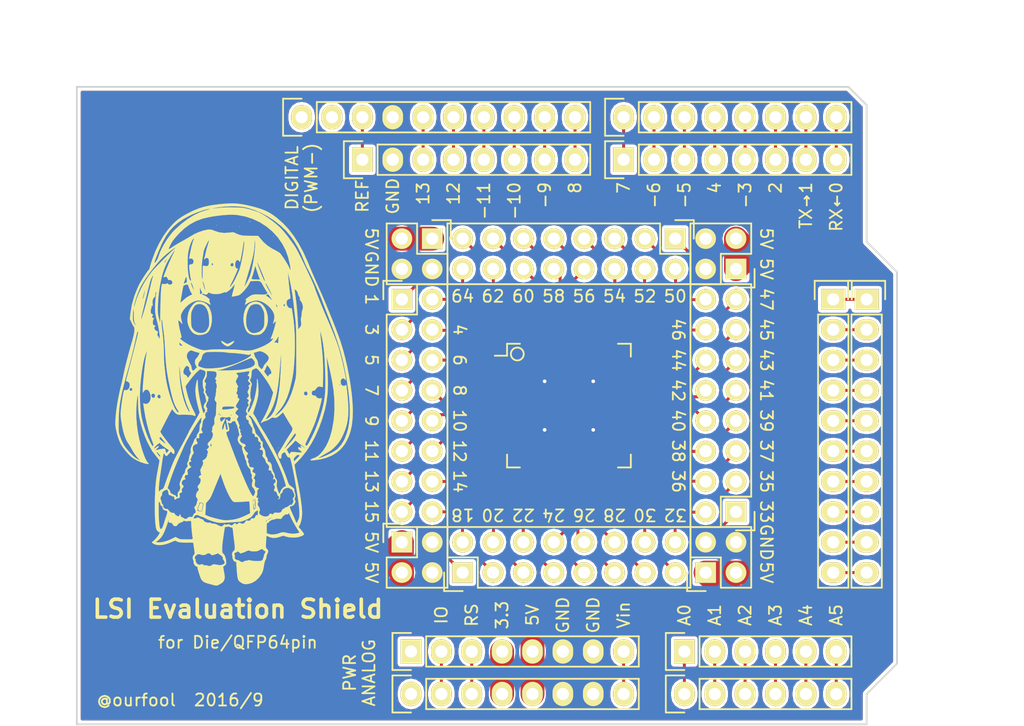
<source format=kicad_pcb>
(kicad_pcb (version 4) (host pcbnew 4.0.1-stable)
  (title_block (date "lun. 30 mars 2015"))
  (layers (0 F.Cu signal) (31 B.Cu signal) (34 B.Paste user) (35 F.Paste user) (36 B.SilkS user) (37 F.SilkS user) (38 B.Mask user) (39 F.Mask user) (44 Edge.Cuts user))
  (net 0 "")
  (net 1 GND)
  (net 2 +3V3)
  (net 3 "Net-(P16-Pad1)")
  (net 4 "Net-(P16-Pad2)")
  (net 5 "Net-(P16-Pad3)")
  (net 6 "Net-(P16-Pad4)")
  (net 7 "Net-(P16-Pad5)")
  (net 8 "Net-(P16-Pad6)")
  (net 9 "Net-(P16-Pad7)")
  (net 10 "Net-(P16-Pad8)")
  (net 11 "Net-(P16-Pad9)")
  (net 12 "Net-(P16-Pad10)")
  (net 13 "Net-(P16-Pad11)")
  (net 14 "Net-(P16-Pad12)")
  (net 15 "Net-(P16-Pad13)")
  (net 16 "Net-(P16-Pad14)")
  (net 17 "Net-(P16-Pad15)")
  (net 18 "Net-(P16-Pad16)")
  (net 19 "Net-(P9-Pad1)")
  (net 20 "Net-(P9-Pad2)")
  (net 21 "Net-(P9-Pad3)")
  (net 22 "Net-(P9-Pad4)")
  (net 23 "Net-(P9-Pad5)")
  (net 24 "Net-(P9-Pad6)")
  (net 25 "Net-(P9-Pad7)")
  (net 26 "Net-(P9-Pad8)")
  (net 27 "Net-(P9-Pad9)")
  (net 28 "Net-(P9-Pad10)")
  (net 29 "Net-(P9-Pad11)")
  (net 30 "Net-(P9-Pad12)")
  (net 31 "Net-(P9-Pad13)")
  (net 32 "Net-(P9-Pad14)")
  (net 33 "Net-(P9-Pad15)")
  (net 34 "Net-(P9-Pad16)")
  (net 35 "Net-(P12-Pad1)")
  (net 36 "Net-(P12-Pad2)")
  (net 37 "Net-(P12-Pad3)")
  (net 38 "Net-(P12-Pad4)")
  (net 39 "Net-(P12-Pad5)")
  (net 40 "Net-(P12-Pad6)")
  (net 41 "Net-(P12-Pad7)")
  (net 42 "Net-(P12-Pad8)")
  (net 43 "Net-(P12-Pad9)")
  (net 44 "Net-(P12-Pad10)")
  (net 45 "Net-(P12-Pad11)")
  (net 46 "Net-(P12-Pad12)")
  (net 47 "Net-(P12-Pad13)")
  (net 48 "Net-(P12-Pad14)")
  (net 49 "Net-(P12-Pad15)")
  (net 50 "Net-(P12-Pad16)")
  (net 51 "Net-(P15-Pad1)")
  (net 52 "Net-(P15-Pad2)")
  (net 53 "Net-(P15-Pad3)")
  (net 54 "Net-(P15-Pad4)")
  (net 55 "Net-(P15-Pad5)")
  (net 56 "Net-(P15-Pad6)")
  (net 57 "Net-(P15-Pad7)")
  (net 58 "Net-(P15-Pad8)")
  (net 59 "Net-(P15-Pad9)")
  (net 60 "Net-(P15-Pad10)")
  (net 61 "Net-(P15-Pad11)")
  (net 62 "Net-(P15-Pad12)")
  (net 63 "Net-(P15-Pad13)")
  (net 64 "Net-(P15-Pad14)")
  (net 65 "Net-(P15-Pad15)")
  (net 66 "Net-(P15-Pad16)")
  (net 67 /AREF)
  (net 68 "/13(SCK)")
  (net 69 "/12(MISO)")
  (net 70 "/11(**/MOSI)")
  (net 71 "/10(**/SS)")
  (net 72 "/9(**)")
  (net 73 /8)
  (net 74 /7)
  (net 75 "/6(**)")
  (net 76 "/5(**)")
  (net 77 /4)
  (net 78 "/3(**)")
  (net 79 /2)
  (net 80 "/1(Tx)")
  (net 81 "/0(Rx)")
  (net 82 /IOREF)
  (net 83 /Reset)
  (net 84 +5V)
  (net 85 /Vin)
  (net 86 /A0)
  (net 87 /A1)
  (net 88 /A2)
  (net 89 /A3)
  (net 90 "/A4(SDA)")
  (net 91 "/A5(SCL)")
  (net 92 "Net-(P24-Pad1)")
  (net 93 "Net-(P24-Pad2)")
  (net 94 "Net-(P24-Pad3)")
  (net 95 "Net-(P24-Pad4)")
  (net 96 "Net-(P24-Pad5)")
  (net 97 "Net-(P24-Pad6)")
  (module Pin_Headers:Pin_Header_Straight_1x06 (layer F.Cu) (at 161.798 120.269 90)
    (fp_text reference "" (at 0 -5.1 90) (layer F.SilkS))
    (fp_text value "")
    (pad 1 thru_hole rect (at 0 0 90) (size 2.032 1.7272) (drill 1.016) (layers *.Cu *.Mask F.SilkS) (net 86 /A0))
    (pad 2 thru_hole oval (at 0 2.54 90) (size 2.032 1.7272) (drill 1.016) (layers *.Cu *.Mask F.SilkS) (net 87 /A1))
    (pad 3 thru_hole oval (at 0 5.08 90) (size 2.032 1.7272) (drill 1.016) (layers *.Cu *.Mask F.SilkS) (net 88 /A2))
    (pad 4 thru_hole oval (at 0 7.62 90) (size 2.032 1.7272) (drill 1.016) (layers *.Cu *.Mask F.SilkS) (net 89 /A3))
    (pad 5 thru_hole oval (at 0 10.16 90) (size 2.032 1.7272) (drill 1.016) (layers *.Cu *.Mask F.SilkS) (net 90 "/A4(SDA)"))
    (pad 6 thru_hole oval (at 0 12.7 90) (size 2.032 1.7272) (drill 1.016) (layers *.Cu *.Mask F.SilkS) (net 91 "/A5(SCL)"))
  )
  (module Socket_Arduino_Uno:Socket_Strip_Arduino_1x08 (layer F.Cu) (at 138.938 123.825)
    (fp_text reference "" (at 8.89 -2.54) (layer F.SilkS))
    (fp_text value "")
    (pad 1 thru_hole oval (at 0 0) (size 1.7272 2.032) (drill 1.016) (layers *.Cu *.Mask F.SilkS))
    (pad 2 thru_hole oval (at 2.54 0) (size 1.7272 2.032) (drill 1.016) (layers *.Cu *.Mask F.SilkS) (net 82 /IOREF))
    (pad 3 thru_hole oval (at 5.08 0) (size 1.7272 2.032) (drill 1.016) (layers *.Cu *.Mask F.SilkS) (net 83 /Reset))
    (pad 4 thru_hole oval (at 7.62 0) (size 1.7272 2.032) (drill 1.016) (layers *.Cu *.Mask F.SilkS) (net 2 +3V3))
    (pad 5 thru_hole oval (at 10.16 0) (size 1.7272 2.032) (drill 1.016) (layers *.Cu *.Mask F.SilkS) (net 84 +5V))
    (pad 6 thru_hole oval (at 12.7 0) (size 1.7272 2.032) (drill 1.016) (layers *.Cu *.Mask F.SilkS) (net 1 GND))
    (pad 7 thru_hole oval (at 15.24 0) (size 1.7272 2.032) (drill 1.016) (layers *.Cu *.Mask F.SilkS) (net 1 GND))
    (pad 8 thru_hole oval (at 17.78 0) (size 1.7272 2.032) (drill 1.016) (layers *.Cu *.Mask F.SilkS) (net 85 /Vin))
  )
  (module Socket_Arduino_Uno:Socket_Strip_Arduino_1x06 (layer F.Cu) (at 161.798 123.825)
    (fp_text reference "" (at 6.604 -2.54) (layer F.SilkS))
    (fp_text value "")
    (pad 1 thru_hole oval (at 0 0) (size 1.7272 2.032) (drill 1.016) (layers *.Cu *.Mask F.SilkS) (net 86 /A0))
    (pad 2 thru_hole oval (at 2.54 0) (size 1.7272 2.032) (drill 1.016) (layers *.Cu *.Mask F.SilkS) (net 87 /A1))
    (pad 3 thru_hole oval (at 5.08 0) (size 1.7272 2.032) (drill 1.016) (layers *.Cu *.Mask F.SilkS) (net 88 /A2))
    (pad 4 thru_hole oval (at 7.62 0) (size 1.7272 2.032) (drill 1.016) (layers *.Cu *.Mask F.SilkS) (net 89 /A3))
    (pad 5 thru_hole oval (at 10.16 0) (size 1.7272 2.032) (drill 1.016) (layers *.Cu *.Mask F.SilkS) (net 90 "/A4(SDA)"))
    (pad 6 thru_hole oval (at 12.7 0) (size 1.7272 2.032) (drill 1.016) (layers *.Cu *.Mask F.SilkS) (net 91 "/A5(SCL)"))
  )
  (module Pin_Headers:Pin_Header_Straight_2x08 (layer F.Cu) (at 143.256 113.665 90)
    (fp_text reference "" (at 0 -5.1 90) (layer F.SilkS))
    (fp_text value "")
    (pad 1 thru_hole rect (at 0 0 90) (size 1.7272 1.7272) (drill 1.016) (layers *.Cu *.Mask F.SilkS) (net 19 "Net-(P9-Pad1)"))
    (pad 2 thru_hole oval (at 2.54 0 90) (size 1.7272 1.7272) (drill 1.016) (layers *.Cu *.Mask F.SilkS) (net 20 "Net-(P9-Pad2)"))
    (pad 3 thru_hole oval (at 0 2.54 90) (size 1.7272 1.7272) (drill 1.016) (layers *.Cu *.Mask F.SilkS) (net 21 "Net-(P9-Pad3)"))
    (pad 4 thru_hole oval (at 2.54 2.54 90) (size 1.7272 1.7272) (drill 1.016) (layers *.Cu *.Mask F.SilkS) (net 22 "Net-(P9-Pad4)"))
    (pad 5 thru_hole oval (at 0 5.08 90) (size 1.7272 1.7272) (drill 1.016) (layers *.Cu *.Mask F.SilkS) (net 23 "Net-(P9-Pad5)"))
    (pad 6 thru_hole oval (at 2.54 5.08 90) (size 1.7272 1.7272) (drill 1.016) (layers *.Cu *.Mask F.SilkS) (net 24 "Net-(P9-Pad6)"))
    (pad 7 thru_hole oval (at 0 7.62 90) (size 1.7272 1.7272) (drill 1.016) (layers *.Cu *.Mask F.SilkS) (net 25 "Net-(P9-Pad7)"))
    (pad 8 thru_hole oval (at 2.54 7.62 90) (size 1.7272 1.7272) (drill 1.016) (layers *.Cu *.Mask F.SilkS) (net 26 "Net-(P9-Pad8)"))
    (pad 9 thru_hole oval (at 0 10.16 90) (size 1.7272 1.7272) (drill 1.016) (layers *.Cu *.Mask F.SilkS) (net 27 "Net-(P9-Pad9)"))
    (pad 10 thru_hole oval (at 2.54 10.16 90) (size 1.7272 1.7272) (drill 1.016) (layers *.Cu *.Mask F.SilkS) (net 28 "Net-(P9-Pad10)"))
    (pad 11 thru_hole oval (at 0 12.7 90) (size 1.7272 1.7272) (drill 1.016) (layers *.Cu *.Mask F.SilkS) (net 29 "Net-(P9-Pad11)"))
    (pad 12 thru_hole oval (at 2.54 12.7 90) (size 1.7272 1.7272) (drill 1.016) (layers *.Cu *.Mask F.SilkS) (net 30 "Net-(P9-Pad12)"))
    (pad 13 thru_hole oval (at 0 15.24 90) (size 1.7272 1.7272) (drill 1.016) (layers *.Cu *.Mask F.SilkS) (net 31 "Net-(P9-Pad13)"))
    (pad 14 thru_hole oval (at 2.54 15.24 90) (size 1.7272 1.7272) (drill 1.016) (layers *.Cu *.Mask F.SilkS) (net 32 "Net-(P9-Pad14)"))
    (pad 15 thru_hole oval (at 0 17.78 90) (size 1.7272 1.7272) (drill 1.016) (layers *.Cu *.Mask F.SilkS) (net 33 "Net-(P9-Pad15)"))
    (pad 16 thru_hole oval (at 2.54 17.78 90) (size 1.7272 1.7272) (drill 1.016) (layers *.Cu *.Mask F.SilkS) (net 34 "Net-(P9-Pad16)"))
  )
  (module Pin_Headers:Pin_Header_Straight_2x08 (layer F.Cu) (at 161.036 85.725 270)
    (fp_text reference "" (at 0 -5.1 270) (layer F.SilkS))
    (fp_text value "")
    (pad 1 thru_hole rect (at 0 0 270) (size 1.7272 1.7272) (drill 1.016) (layers *.Cu *.Mask F.SilkS) (net 35 "Net-(P12-Pad1)"))
    (pad 2 thru_hole oval (at 2.54 0 270) (size 1.7272 1.7272) (drill 1.016) (layers *.Cu *.Mask F.SilkS) (net 36 "Net-(P12-Pad2)"))
    (pad 3 thru_hole oval (at 0 2.54 270) (size 1.7272 1.7272) (drill 1.016) (layers *.Cu *.Mask F.SilkS) (net 37 "Net-(P12-Pad3)"))
    (pad 4 thru_hole oval (at 2.54 2.54 270) (size 1.7272 1.7272) (drill 1.016) (layers *.Cu *.Mask F.SilkS) (net 38 "Net-(P12-Pad4)"))
    (pad 5 thru_hole oval (at 0 5.08 270) (size 1.7272 1.7272) (drill 1.016) (layers *.Cu *.Mask F.SilkS) (net 39 "Net-(P12-Pad5)"))
    (pad 6 thru_hole oval (at 2.54 5.08 270) (size 1.7272 1.7272) (drill 1.016) (layers *.Cu *.Mask F.SilkS) (net 40 "Net-(P12-Pad6)"))
    (pad 7 thru_hole oval (at 0 7.62 270) (size 1.7272 1.7272) (drill 1.016) (layers *.Cu *.Mask F.SilkS) (net 41 "Net-(P12-Pad7)"))
    (pad 8 thru_hole oval (at 2.54 7.62 270) (size 1.7272 1.7272) (drill 1.016) (layers *.Cu *.Mask F.SilkS) (net 42 "Net-(P12-Pad8)"))
    (pad 9 thru_hole oval (at 0 10.16 270) (size 1.7272 1.7272) (drill 1.016) (layers *.Cu *.Mask F.SilkS) (net 43 "Net-(P12-Pad9)"))
    (pad 10 thru_hole oval (at 2.54 10.16 270) (size 1.7272 1.7272) (drill 1.016) (layers *.Cu *.Mask F.SilkS) (net 44 "Net-(P12-Pad10)"))
    (pad 11 thru_hole oval (at 0 12.7 270) (size 1.7272 1.7272) (drill 1.016) (layers *.Cu *.Mask F.SilkS) (net 45 "Net-(P12-Pad11)"))
    (pad 12 thru_hole oval (at 2.54 12.7 270) (size 1.7272 1.7272) (drill 1.016) (layers *.Cu *.Mask F.SilkS) (net 46 "Net-(P12-Pad12)"))
    (pad 13 thru_hole oval (at 0 15.24 270) (size 1.7272 1.7272) (drill 1.016) (layers *.Cu *.Mask F.SilkS) (net 47 "Net-(P12-Pad13)"))
    (pad 14 thru_hole oval (at 2.54 15.24 270) (size 1.7272 1.7272) (drill 1.016) (layers *.Cu *.Mask F.SilkS) (net 48 "Net-(P12-Pad14)"))
    (pad 15 thru_hole oval (at 0 17.78 270) (size 1.7272 1.7272) (drill 1.016) (layers *.Cu *.Mask F.SilkS) (net 49 "Net-(P12-Pad15)"))
    (pad 16 thru_hole oval (at 2.54 17.78 270) (size 1.7272 1.7272) (drill 1.016) (layers *.Cu *.Mask F.SilkS) (net 50 "Net-(P12-Pad16)"))
  )
  (module Pin_Headers:Pin_Header_Straight_2x08 (layer F.Cu) (at 166.116 108.585 180)
    (fp_text reference "" (at 0 -5.1 180) (layer F.SilkS))
    (fp_text value "")
    (pad 1 thru_hole rect (at 0 0 180) (size 1.7272 1.7272) (drill 1.016) (layers *.Cu *.Mask F.SilkS) (net 51 "Net-(P15-Pad1)"))
    (pad 2 thru_hole oval (at 2.54 0 180) (size 1.7272 1.7272) (drill 1.016) (layers *.Cu *.Mask F.SilkS) (net 52 "Net-(P15-Pad2)"))
    (pad 3 thru_hole oval (at 0 2.54 180) (size 1.7272 1.7272) (drill 1.016) (layers *.Cu *.Mask F.SilkS) (net 53 "Net-(P15-Pad3)"))
    (pad 4 thru_hole oval (at 2.54 2.54 180) (size 1.7272 1.7272) (drill 1.016) (layers *.Cu *.Mask F.SilkS) (net 54 "Net-(P15-Pad4)"))
    (pad 5 thru_hole oval (at 0 5.08 180) (size 1.7272 1.7272) (drill 1.016) (layers *.Cu *.Mask F.SilkS) (net 55 "Net-(P15-Pad5)"))
    (pad 6 thru_hole oval (at 2.54 5.08 180) (size 1.7272 1.7272) (drill 1.016) (layers *.Cu *.Mask F.SilkS) (net 56 "Net-(P15-Pad6)"))
    (pad 7 thru_hole oval (at 0 7.62 180) (size 1.7272 1.7272) (drill 1.016) (layers *.Cu *.Mask F.SilkS) (net 57 "Net-(P15-Pad7)"))
    (pad 8 thru_hole oval (at 2.54 7.62 180) (size 1.7272 1.7272) (drill 1.016) (layers *.Cu *.Mask F.SilkS) (net 58 "Net-(P15-Pad8)"))
    (pad 9 thru_hole oval (at 0 10.16 180) (size 1.7272 1.7272) (drill 1.016) (layers *.Cu *.Mask F.SilkS) (net 59 "Net-(P15-Pad9)"))
    (pad 10 thru_hole oval (at 2.54 10.16 180) (size 1.7272 1.7272) (drill 1.016) (layers *.Cu *.Mask F.SilkS) (net 60 "Net-(P15-Pad10)"))
    (pad 11 thru_hole oval (at 0 12.7 180) (size 1.7272 1.7272) (drill 1.016) (layers *.Cu *.Mask F.SilkS) (net 61 "Net-(P15-Pad11)"))
    (pad 12 thru_hole oval (at 2.54 12.7 180) (size 1.7272 1.7272) (drill 1.016) (layers *.Cu *.Mask F.SilkS) (net 62 "Net-(P15-Pad12)"))
    (pad 13 thru_hole oval (at 0 15.24 180) (size 1.7272 1.7272) (drill 1.016) (layers *.Cu *.Mask F.SilkS) (net 63 "Net-(P15-Pad13)"))
    (pad 14 thru_hole oval (at 2.54 15.24 180) (size 1.7272 1.7272) (drill 1.016) (layers *.Cu *.Mask F.SilkS) (net 64 "Net-(P15-Pad14)"))
    (pad 15 thru_hole oval (at 0 17.78 180) (size 1.7272 1.7272) (drill 1.016) (layers *.Cu *.Mask F.SilkS) (net 65 "Net-(P15-Pad15)"))
    (pad 16 thru_hole oval (at 2.54 17.78 180) (size 1.7272 1.7272) (drill 1.016) (layers *.Cu *.Mask F.SilkS) (net 66 "Net-(P15-Pad16)"))
  )
  (module Pin_Headers:Pin_Header_Straight_2x08 (layer F.Cu) (at 138.176 90.805)
    (fp_text reference "" (at 0 -5.1) (layer F.SilkS))
    (fp_text value "")
    (pad 1 thru_hole rect (at 0 0) (size 1.7272 1.7272) (drill 1.016) (layers *.Cu *.Mask F.SilkS) (net 3 "Net-(P16-Pad1)"))
    (pad 2 thru_hole oval (at 2.54 0) (size 1.7272 1.7272) (drill 1.016) (layers *.Cu *.Mask F.SilkS) (net 4 "Net-(P16-Pad2)"))
    (pad 3 thru_hole oval (at 0 2.54) (size 1.7272 1.7272) (drill 1.016) (layers *.Cu *.Mask F.SilkS) (net 5 "Net-(P16-Pad3)"))
    (pad 4 thru_hole oval (at 2.54 2.54) (size 1.7272 1.7272) (drill 1.016) (layers *.Cu *.Mask F.SilkS) (net 6 "Net-(P16-Pad4)"))
    (pad 5 thru_hole oval (at 0 5.08) (size 1.7272 1.7272) (drill 1.016) (layers *.Cu *.Mask F.SilkS) (net 7 "Net-(P16-Pad5)"))
    (pad 6 thru_hole oval (at 2.54 5.08) (size 1.7272 1.7272) (drill 1.016) (layers *.Cu *.Mask F.SilkS) (net 8 "Net-(P16-Pad6)"))
    (pad 7 thru_hole oval (at 0 7.62) (size 1.7272 1.7272) (drill 1.016) (layers *.Cu *.Mask F.SilkS) (net 9 "Net-(P16-Pad7)"))
    (pad 8 thru_hole oval (at 2.54 7.62) (size 1.7272 1.7272) (drill 1.016) (layers *.Cu *.Mask F.SilkS) (net 10 "Net-(P16-Pad8)"))
    (pad 9 thru_hole oval (at 0 10.16) (size 1.7272 1.7272) (drill 1.016) (layers *.Cu *.Mask F.SilkS) (net 11 "Net-(P16-Pad9)"))
    (pad 10 thru_hole oval (at 2.54 10.16) (size 1.7272 1.7272) (drill 1.016) (layers *.Cu *.Mask F.SilkS) (net 12 "Net-(P16-Pad10)"))
    (pad 11 thru_hole oval (at 0 12.7) (size 1.7272 1.7272) (drill 1.016) (layers *.Cu *.Mask F.SilkS) (net 13 "Net-(P16-Pad11)"))
    (pad 12 thru_hole oval (at 2.54 12.7) (size 1.7272 1.7272) (drill 1.016) (layers *.Cu *.Mask F.SilkS) (net 14 "Net-(P16-Pad12)"))
    (pad 13 thru_hole oval (at 0 15.24) (size 1.7272 1.7272) (drill 1.016) (layers *.Cu *.Mask F.SilkS) (net 15 "Net-(P16-Pad13)"))
    (pad 14 thru_hole oval (at 2.54 15.24) (size 1.7272 1.7272) (drill 1.016) (layers *.Cu *.Mask F.SilkS) (net 16 "Net-(P16-Pad14)"))
    (pad 15 thru_hole oval (at 0 17.78) (size 1.7272 1.7272) (drill 1.016) (layers *.Cu *.Mask F.SilkS) (net 17 "Net-(P16-Pad15)"))
    (pad 16 thru_hole oval (at 2.54 17.78) (size 1.7272 1.7272) (drill 1.016) (layers *.Cu *.Mask F.SilkS) (net 18 "Net-(P16-Pad16)"))
  )
  (module Pin_Headers:Pin_Header_Straight_2x02 (layer F.Cu) (at 138.176 111.125)
    (fp_text reference "" (at 0 -5.1 90) (layer F.SilkS))
    (fp_text value "")
    (pad 1 thru_hole rect (at 0 0) (size 1.7272 1.7272) (drill 1.016) (layers *.Cu *.Mask F.SilkS) (net 84 +5V))
    (pad 2 thru_hole oval (at 2.54 0) (size 1.7272 1.7272) (drill 1.016) (layers *.Cu *.Mask F.SilkS) (net 1 GND))
    (pad 3 thru_hole oval (at 0 2.54) (size 1.7272 1.7272) (drill 1.016) (layers *.Cu *.Mask F.SilkS) (net 84 +5V))
    (pad 4 thru_hole oval (at 2.54 2.54) (size 1.7272 1.7272) (drill 1.016) (layers *.Cu *.Mask F.SilkS) (net 1 GND))
  )
  (module Pin_Headers:Pin_Header_Straight_2x02 (layer F.Cu) (at 163.576 113.665 90)
    (fp_text reference "" (at 0 -5.1 90) (layer F.SilkS))
    (fp_text value "")
    (pad 1 thru_hole rect (at 0 0 90) (size 1.7272 1.7272) (drill 1.016) (layers *.Cu *.Mask F.SilkS) (net 84 +5V))
    (pad 2 thru_hole oval (at 2.54 0 90) (size 1.7272 1.7272) (drill 1.016) (layers *.Cu *.Mask F.SilkS) (net 1 GND))
    (pad 3 thru_hole oval (at 0 2.54 90) (size 1.7272 1.7272) (drill 1.016) (layers *.Cu *.Mask F.SilkS) (net 84 +5V))
    (pad 4 thru_hole oval (at 2.54 2.54 90) (size 1.7272 1.7272) (drill 1.016) (layers *.Cu *.Mask F.SilkS) (net 1 GND))
  )
  (module Pin_Headers:Pin_Header_Straight_2x02 (layer F.Cu) (at 140.716 85.725 270)
    (fp_text reference "" (at 0 -5.1 270) (layer F.SilkS))
    (fp_text value "")
    (pad 1 thru_hole rect (at 0 0 270) (size 1.7272 1.7272) (drill 1.016) (layers *.Cu *.Mask F.SilkS) (net 84 +5V))
    (pad 2 thru_hole oval (at 2.54 0 270) (size 1.7272 1.7272) (drill 1.016) (layers *.Cu *.Mask F.SilkS) (net 1 GND))
    (pad 3 thru_hole oval (at 0 2.54 270) (size 1.7272 1.7272) (drill 1.016) (layers *.Cu *.Mask F.SilkS) (net 84 +5V))
    (pad 4 thru_hole oval (at 2.54 2.54 270) (size 1.7272 1.7272) (drill 1.016) (layers *.Cu *.Mask F.SilkS) (net 1 GND))
  )
  (module Pin_Headers:Pin_Header_Straight_2x02 (layer F.Cu) (at 166.116 88.265 180)
    (fp_text reference "" (at 0 -5.1 180) (layer F.SilkS))
    (fp_text value "")
    (pad 1 thru_hole rect (at 0 0 180) (size 1.7272 1.7272) (drill 1.016) (layers *.Cu *.Mask F.SilkS) (net 84 +5V))
    (pad 2 thru_hole oval (at 2.54 0 180) (size 1.7272 1.7272) (drill 1.016) (layers *.Cu *.Mask F.SilkS) (net 1 GND))
    (pad 3 thru_hole oval (at 0 2.54 180) (size 1.7272 1.7272) (drill 1.016) (layers *.Cu *.Mask F.SilkS) (net 84 +5V))
    (pad 4 thru_hole oval (at 2.54 2.54 180) (size 1.7272 1.7272) (drill 1.016) (layers *.Cu *.Mask F.SilkS) (net 1 GND))
  )
  (module Socket_Arduino_Uno:Socket_Strip_Arduino_1x10 (layer F.Cu) (at 129.794 75.565)
    (fp_text reference "" (at 0 -5.1) (layer F.SilkS))
    (fp_text value "")
    (pad 1 thru_hole oval (at 0 0) (size 1.7272 2.032) (drill 1.016) (layers *.Cu *.Mask F.SilkS))
    (pad 2 thru_hole oval (at 2.54 0) (size 1.7272 2.032) (drill 1.016) (layers *.Cu *.Mask F.SilkS))
    (pad 3 thru_hole oval (at 5.08 0) (size 1.7272 2.032) (drill 1.016) (layers *.Cu *.Mask F.SilkS) (net 67 /AREF))
    (pad 4 thru_hole oval (at 7.62 0) (size 1.7272 2.032) (drill 1.016) (layers *.Cu *.Mask F.SilkS) (net 1 GND))
    (pad 5 thru_hole oval (at 10.16 0) (size 1.7272 2.032) (drill 1.016) (layers *.Cu *.Mask F.SilkS) (net 68 "/13(SCK)"))
    (pad 6 thru_hole oval (at 12.7 0) (size 1.7272 2.032) (drill 1.016) (layers *.Cu *.Mask F.SilkS) (net 69 "/12(MISO)"))
    (pad 7 thru_hole oval (at 15.24 0) (size 1.7272 2.032) (drill 1.016) (layers *.Cu *.Mask F.SilkS) (net 70 "/11(**/MOSI)"))
    (pad 8 thru_hole oval (at 17.78 0) (size 1.7272 2.032) (drill 1.016) (layers *.Cu *.Mask F.SilkS) (net 71 "/10(**/SS)"))
    (pad 9 thru_hole oval (at 20.32 0) (size 1.7272 2.032) (drill 1.016) (layers *.Cu *.Mask F.SilkS) (net 72 "/9(**)"))
    (pad 10 thru_hole oval (at 22.86 0) (size 1.7272 2.032) (drill 1.016) (layers *.Cu *.Mask F.SilkS) (net 73 /8))
  )
  (module Socket_Arduino_Uno:Socket_Strip_Arduino_1x08 (layer F.Cu) (at 156.718 75.565)
    (fp_text reference "" (at 0 -5.1) (layer F.SilkS))
    (fp_text value "")
    (pad 1 thru_hole oval (at 0 0) (size 1.7272 2.032) (drill 1.016) (layers *.Cu *.Mask F.SilkS) (net 74 /7))
    (pad 2 thru_hole oval (at 2.54 0) (size 1.7272 2.032) (drill 1.016) (layers *.Cu *.Mask F.SilkS) (net 75 "/6(**)"))
    (pad 3 thru_hole oval (at 5.08 0) (size 1.7272 2.032) (drill 1.016) (layers *.Cu *.Mask F.SilkS) (net 76 "/5(**)"))
    (pad 4 thru_hole oval (at 7.62 0) (size 1.7272 2.032) (drill 1.016) (layers *.Cu *.Mask F.SilkS) (net 77 /4))
    (pad 5 thru_hole oval (at 10.16 0) (size 1.7272 2.032) (drill 1.016) (layers *.Cu *.Mask F.SilkS) (net 78 "/3(**)"))
    (pad 6 thru_hole oval (at 12.7 0) (size 1.7272 2.032) (drill 1.016) (layers *.Cu *.Mask F.SilkS) (net 79 /2))
    (pad 7 thru_hole oval (at 15.24 0) (size 1.7272 2.032) (drill 1.016) (layers *.Cu *.Mask F.SilkS) (net 80 "/1(Tx)"))
    (pad 8 thru_hole oval (at 17.78 0) (size 1.7272 2.032) (drill 1.016) (layers *.Cu *.Mask F.SilkS) (net 81 "/0(Rx)"))
  )
  (module Pin_Headers:Pin_Header_Straight_1x08 (layer F.Cu) (at 156.718 79.121 90)
    (fp_text reference "" (at 0 -5.1 90) (layer F.SilkS))
    (fp_text value "")
    (pad 1 thru_hole rect (at 0 0 90) (size 2.032 1.7272) (drill 1.016) (layers *.Cu *.Mask F.SilkS) (net 74 /7))
    (pad 2 thru_hole oval (at 0 2.54 90) (size 2.032 1.7272) (drill 1.016) (layers *.Cu *.Mask F.SilkS) (net 75 "/6(**)"))
    (pad 3 thru_hole oval (at 0 5.08 90) (size 2.032 1.7272) (drill 1.016) (layers *.Cu *.Mask F.SilkS) (net 76 "/5(**)"))
    (pad 4 thru_hole oval (at 0 7.62 90) (size 2.032 1.7272) (drill 1.016) (layers *.Cu *.Mask F.SilkS) (net 77 /4))
    (pad 5 thru_hole oval (at 0 10.16 90) (size 2.032 1.7272) (drill 1.016) (layers *.Cu *.Mask F.SilkS) (net 78 "/3(**)"))
    (pad 6 thru_hole oval (at 0 12.7 90) (size 2.032 1.7272) (drill 1.016) (layers *.Cu *.Mask F.SilkS) (net 79 /2))
    (pad 7 thru_hole oval (at 0 15.24 90) (size 2.032 1.7272) (drill 1.016) (layers *.Cu *.Mask F.SilkS) (net 80 "/1(Tx)"))
    (pad 8 thru_hole oval (at 0 17.78 90) (size 2.032 1.7272) (drill 1.016) (layers *.Cu *.Mask F.SilkS) (net 81 "/0(Rx)"))
  )
  (module Pin_Headers:Pin_Header_Straight_1x08 (layer F.Cu) (at 134.874 79.121 90)
    (fp_text reference "" (at 0 -5.1 90) (layer F.SilkS))
    (fp_text value "")
    (pad 1 thru_hole rect (at 0 0 90) (size 2.032 1.7272) (drill 1.016) (layers *.Cu *.Mask F.SilkS) (net 67 /AREF))
    (pad 2 thru_hole oval (at 0 2.54 90) (size 2.032 1.7272) (drill 1.016) (layers *.Cu *.Mask F.SilkS) (net 1 GND))
    (pad 3 thru_hole oval (at 0 5.08 90) (size 2.032 1.7272) (drill 1.016) (layers *.Cu *.Mask F.SilkS) (net 68 "/13(SCK)"))
    (pad 4 thru_hole oval (at 0 7.62 90) (size 2.032 1.7272) (drill 1.016) (layers *.Cu *.Mask F.SilkS) (net 69 "/12(MISO)"))
    (pad 5 thru_hole oval (at 0 10.16 90) (size 2.032 1.7272) (drill 1.016) (layers *.Cu *.Mask F.SilkS) (net 70 "/11(**/MOSI)"))
    (pad 6 thru_hole oval (at 0 12.7 90) (size 2.032 1.7272) (drill 1.016) (layers *.Cu *.Mask F.SilkS) (net 71 "/10(**/SS)"))
    (pad 7 thru_hole oval (at 0 15.24 90) (size 2.032 1.7272) (drill 1.016) (layers *.Cu *.Mask F.SilkS) (net 72 "/9(**)"))
    (pad 8 thru_hole oval (at 0 17.78 90) (size 2.032 1.7272) (drill 1.016) (layers *.Cu *.Mask F.SilkS) (net 73 /8))
  )
  (module Pin_Headers:Pin_Header_Straight_1x08 (layer F.Cu) (at 138.938 120.269 90)
    (fp_text reference "" (at 0 -5.1 90) (layer F.SilkS))
    (fp_text value "")
    (pad 1 thru_hole rect (at 0 0 90) (size 2.032 1.7272) (drill 1.016) (layers *.Cu *.Mask F.SilkS))
    (pad 2 thru_hole oval (at 0 2.54 90) (size 2.032 1.7272) (drill 1.016) (layers *.Cu *.Mask F.SilkS) (net 82 /IOREF))
    (pad 3 thru_hole oval (at 0 5.08 90) (size 2.032 1.7272) (drill 1.016) (layers *.Cu *.Mask F.SilkS) (net 83 /Reset))
    (pad 4 thru_hole oval (at 0 7.62 90) (size 2.032 1.7272) (drill 1.016) (layers *.Cu *.Mask F.SilkS) (net 2 +3V3))
    (pad 5 thru_hole oval (at 0 10.16 90) (size 2.032 1.7272) (drill 1.016) (layers *.Cu *.Mask F.SilkS) (net 84 +5V))
    (pad 6 thru_hole oval (at 0 12.7 90) (size 2.032 1.7272) (drill 1.016) (layers *.Cu *.Mask F.SilkS) (net 1 GND))
    (pad 7 thru_hole oval (at 0 15.24 90) (size 2.032 1.7272) (drill 1.016) (layers *.Cu *.Mask F.SilkS) (net 1 GND))
    (pad 8 thru_hole oval (at 0 17.78 90) (size 2.032 1.7272) (drill 1.016) (layers *.Cu *.Mask F.SilkS) (net 85 /Vin))
  )
  (module Pin_Headers:Pin_Header_Straight_1x10 (layer F.Cu) (at 177.038 90.805)
    (fp_text reference "" (at 0 -5.1) (layer F.SilkS))
    (fp_text value "")
    (pad 1 thru_hole rect (at 0 0) (size 2.032 1.7272) (drill 1.016) (layers *.Cu *.Mask F.SilkS) (net 92 "Net-(P24-Pad1)"))
    (pad 2 thru_hole oval (at 0 2.54) (size 2.032 1.7272) (drill 1.016) (layers *.Cu *.Mask F.SilkS) (net 93 "Net-(P24-Pad2)"))
    (pad 3 thru_hole oval (at 0 5.08) (size 2.032 1.7272) (drill 1.016) (layers *.Cu *.Mask F.SilkS) (net 94 "Net-(P24-Pad3)"))
    (pad 4 thru_hole oval (at 0 7.62) (size 2.032 1.7272) (drill 1.016) (layers *.Cu *.Mask F.SilkS) (net 95 "Net-(P24-Pad4)"))
    (pad 5 thru_hole oval (at 0 10.16) (size 2.032 1.7272) (drill 1.016) (layers *.Cu *.Mask F.SilkS) (net 96 "Net-(P24-Pad5)"))
    (pad 6 thru_hole oval (at 0 12.7) (size 2.032 1.7272) (drill 1.016) (layers *.Cu *.Mask F.SilkS) (net 97 "Net-(P24-Pad6)"))
    (pad 7 thru_hole oval (at 0 15.24) (size 2.032 1.7272) (drill 1.016) (layers *.Cu *.Mask F.SilkS))
    (pad 8 thru_hole oval (at 0 17.78) (size 2.032 1.7272) (drill 1.016) (layers *.Cu *.Mask F.SilkS))
    (pad 9 thru_hole oval (at 0 20.32) (size 2.032 1.7272) (drill 1.016) (layers *.Cu *.Mask F.SilkS))
    (pad 10 thru_hole oval (at 0 22.86) (size 2.032 1.7272) (drill 1.016) (layers *.Cu *.Mask F.SilkS))
  )
  (module Pin_Headers:Pin_Header_Straight_1x10 (layer F.Cu) (at 174.244 90.805)
    (fp_text reference "" (at 0 -5.1) (layer F.SilkS))
    (fp_text value "")
    (pad 1 thru_hole rect (at 0 0) (size 2.032 1.7272) (drill 1.016) (layers *.Cu *.Mask F.SilkS) (net 92 "Net-(P24-Pad1)"))
    (pad 2 thru_hole oval (at 0 2.54) (size 2.032 1.7272) (drill 1.016) (layers *.Cu *.Mask F.SilkS) (net 93 "Net-(P24-Pad2)"))
    (pad 3 thru_hole oval (at 0 5.08) (size 2.032 1.7272) (drill 1.016) (layers *.Cu *.Mask F.SilkS) (net 94 "Net-(P24-Pad3)"))
    (pad 4 thru_hole oval (at 0 7.62) (size 2.032 1.7272) (drill 1.016) (layers *.Cu *.Mask F.SilkS) (net 95 "Net-(P24-Pad4)"))
    (pad 5 thru_hole oval (at 0 10.16) (size 2.032 1.7272) (drill 1.016) (layers *.Cu *.Mask F.SilkS) (net 96 "Net-(P24-Pad5)"))
    (pad 6 thru_hole oval (at 0 12.7) (size 2.032 1.7272) (drill 1.016) (layers *.Cu *.Mask F.SilkS) (net 97 "Net-(P24-Pad6)"))
    (pad 7 thru_hole oval (at 0 15.24) (size 2.032 1.7272) (drill 1.016) (layers *.Cu *.Mask F.SilkS))
    (pad 8 thru_hole oval (at 0 17.78) (size 2.032 1.7272) (drill 1.016) (layers *.Cu *.Mask F.SilkS))
    (pad 9 thru_hole oval (at 0 20.32) (size 2.032 1.7272) (drill 1.016) (layers *.Cu *.Mask F.SilkS))
    (pad 10 thru_hole oval (at 0 22.86) (size 2.032 1.7272) (drill 1.016) (layers *.Cu *.Mask F.SilkS))
  )
  (module illust:zun2 (layer F.Cu) (at 123.698 98.425)
    (fp_text reference "" hide)
    (fp_text value "" hide)
  )
  (module illust:DIE_QFP (layer F.Cu) (at 152.146 99.695)
    (fp_text reference "" (at 0 -7.2) (layer F.SilkS))
    (fp_text value "")
    (pad 65 thru_hole circle (at 2.032 -2.032 180) (size 0.6096 0.6096) (drill 0.3048) (layers *.Cu) (net 1 GND))
    (pad 65 thru_hole circle (at 2.032 2.032 180) (size 0.6096 0.6096) (drill 0.3048) (layers *.Cu) (net 1 GND))
    (pad 65 thru_hole circle (at -2.032 2.032 180) (size 0.6096 0.6096) (drill 0.3048) (layers *.Cu) (net 1 GND))
    (pad 49 smd rect (at 2.286 -3.175 180) (size 0.1524 1) (layers F.Cu F.Paste F.Mask) (net 35 "Net-(P12-Pad1)"))
    (pad 33 smd rect (at 3.175 2.286 270) (size 0.1524 1) (layers F.Cu F.Paste F.Mask) (net 51 "Net-(P15-Pad1)"))
    (pad 17 smd rect (at -2.286 3.175 180) (size 0.1524 1) (layers F.Cu F.Paste F.Mask) (net 19 "Net-(P9-Pad1)"))
    (pad 1 smd rect (at -5.7 -3.75) (size 1 0.25) (layers F.Cu F.Paste F.Mask) (net 3 "Net-(P16-Pad1)"))
    (pad 2 smd rect (at -5.7 -3.25) (size 1 0.25) (layers F.Cu F.Paste F.Mask) (net 4 "Net-(P16-Pad2)"))
    (pad 3 smd rect (at -5.7 -2.75) (size 1 0.25) (layers F.Cu F.Paste F.Mask) (net 5 "Net-(P16-Pad3)"))
    (pad 4 smd rect (at -5.7 -2.25) (size 1 0.25) (layers F.Cu F.Paste F.Mask) (net 6 "Net-(P16-Pad4)"))
    (pad 5 smd rect (at -5.7 -1.75) (size 1 0.25) (layers F.Cu F.Paste F.Mask) (net 7 "Net-(P16-Pad5)"))
    (pad 6 smd rect (at -5.7 -1.25) (size 1 0.25) (layers F.Cu F.Paste F.Mask) (net 8 "Net-(P16-Pad6)"))
    (pad 7 smd rect (at -5.7 -0.75) (size 1 0.25) (layers F.Cu F.Paste F.Mask) (net 9 "Net-(P16-Pad7)"))
    (pad 8 smd rect (at -5.7 -0.25) (size 1 0.25) (layers F.Cu F.Paste F.Mask) (net 10 "Net-(P16-Pad8)"))
    (pad 9 smd rect (at -5.7 0.25) (size 1 0.25) (layers F.Cu F.Paste F.Mask) (net 11 "Net-(P16-Pad9)"))
    (pad 10 smd rect (at -5.7 0.75) (size 1 0.25) (layers F.Cu F.Paste F.Mask) (net 12 "Net-(P16-Pad10)"))
    (pad 11 smd rect (at -5.7 1.25) (size 1 0.25) (layers F.Cu F.Paste F.Mask) (net 13 "Net-(P16-Pad11)"))
    (pad 12 smd rect (at -5.7 1.75) (size 1 0.25) (layers F.Cu F.Paste F.Mask) (net 14 "Net-(P16-Pad12)"))
    (pad 13 smd rect (at -5.7 2.25) (size 1 0.25) (layers F.Cu F.Paste F.Mask) (net 15 "Net-(P16-Pad13)"))
    (pad 14 smd rect (at -5.7 2.75) (size 1 0.25) (layers F.Cu F.Paste F.Mask) (net 16 "Net-(P16-Pad14)"))
    (pad 15 smd rect (at -5.7 3.25) (size 1 0.25) (layers F.Cu F.Paste F.Mask) (net 17 "Net-(P16-Pad15)"))
    (pad 16 smd rect (at -5.7 3.75) (size 1 0.25) (layers F.Cu F.Paste F.Mask) (net 18 "Net-(P16-Pad16)"))
    (pad 17 smd rect (at -3.75 5.7 90) (size 1 0.25) (layers F.Cu F.Paste F.Mask) (net 19 "Net-(P9-Pad1)"))
    (pad 18 smd rect (at -3.25 5.7 90) (size 1 0.25) (layers F.Cu F.Paste F.Mask) (net 20 "Net-(P9-Pad2)"))
    (pad 19 smd rect (at -2.75 5.7 90) (size 1 0.25) (layers F.Cu F.Paste F.Mask) (net 21 "Net-(P9-Pad3)"))
    (pad 20 smd rect (at -2.25 5.7 90) (size 1 0.25) (layers F.Cu F.Paste F.Mask) (net 22 "Net-(P9-Pad4)"))
    (pad 21 smd rect (at -1.75 5.7 90) (size 1 0.25) (layers F.Cu F.Paste F.Mask) (net 23 "Net-(P9-Pad5)"))
    (pad 22 smd rect (at -1.25 5.7 90) (size 1 0.25) (layers F.Cu F.Paste F.Mask) (net 24 "Net-(P9-Pad6)"))
    (pad 23 smd rect (at -0.75 5.7 90) (size 1 0.25) (layers F.Cu F.Paste F.Mask) (net 25 "Net-(P9-Pad7)"))
    (pad 24 smd rect (at -0.25 5.7 90) (size 1 0.25) (layers F.Cu F.Paste F.Mask) (net 26 "Net-(P9-Pad8)"))
    (pad 25 smd rect (at 0.25 5.7 90) (size 1 0.25) (layers F.Cu F.Paste F.Mask) (net 27 "Net-(P9-Pad9)"))
    (pad 26 smd rect (at 0.75 5.7 90) (size 1 0.25) (layers F.Cu F.Paste F.Mask) (net 28 "Net-(P9-Pad10)"))
    (pad 27 smd rect (at 1.25 5.7 90) (size 1 0.25) (layers F.Cu F.Paste F.Mask) (net 29 "Net-(P9-Pad11)"))
    (pad 28 smd rect (at 1.75 5.7 90) (size 1 0.25) (layers F.Cu F.Paste F.Mask) (net 30 "Net-(P9-Pad12)"))
    (pad 29 smd rect (at 2.25 5.7 90) (size 1 0.25) (layers F.Cu F.Paste F.Mask) (net 31 "Net-(P9-Pad13)"))
    (pad 30 smd rect (at 2.75 5.7 90) (size 1 0.25) (layers F.Cu F.Paste F.Mask) (net 32 "Net-(P9-Pad14)"))
    (pad 31 smd rect (at 3.25 5.7 90) (size 1 0.25) (layers F.Cu F.Paste F.Mask) (net 33 "Net-(P9-Pad15)"))
    (pad 32 smd rect (at 3.75 5.7 90) (size 1 0.25) (layers F.Cu F.Paste F.Mask) (net 34 "Net-(P9-Pad16)"))
    (pad 33 smd rect (at 5.7 3.75) (size 1 0.25) (layers F.Cu F.Paste F.Mask) (net 51 "Net-(P15-Pad1)"))
    (pad 34 smd rect (at 5.7 3.25) (size 1 0.25) (layers F.Cu F.Paste F.Mask) (net 52 "Net-(P15-Pad2)"))
    (pad 35 smd rect (at 5.7 2.75) (size 1 0.25) (layers F.Cu F.Paste F.Mask) (net 53 "Net-(P15-Pad3)"))
    (pad 36 smd rect (at 5.7 2.25) (size 1 0.25) (layers F.Cu F.Paste F.Mask) (net 54 "Net-(P15-Pad4)"))
    (pad 37 smd rect (at 5.7 1.75) (size 1 0.25) (layers F.Cu F.Paste F.Mask) (net 55 "Net-(P15-Pad5)"))
    (pad 38 smd rect (at 5.7 1.25) (size 1 0.25) (layers F.Cu F.Paste F.Mask) (net 56 "Net-(P15-Pad6)"))
    (pad 39 smd rect (at 5.7 0.75) (size 1 0.25) (layers F.Cu F.Paste F.Mask) (net 57 "Net-(P15-Pad7)"))
    (pad 40 smd rect (at 5.7 0.25) (size 1 0.25) (layers F.Cu F.Paste F.Mask) (net 58 "Net-(P15-Pad8)"))
    (pad 41 smd rect (at 5.7 -0.25) (size 1 0.25) (layers F.Cu F.Paste F.Mask) (net 59 "Net-(P15-Pad9)"))
    (pad 42 smd rect (at 5.7 -0.75) (size 1 0.25) (layers F.Cu F.Paste F.Mask) (net 60 "Net-(P15-Pad10)"))
    (pad 43 smd rect (at 5.7 -1.25) (size 1 0.25) (layers F.Cu F.Paste F.Mask) (net 61 "Net-(P15-Pad11)"))
    (pad 44 smd rect (at 5.7 -1.75) (size 1 0.25) (layers F.Cu F.Paste F.Mask) (net 62 "Net-(P15-Pad12)"))
    (pad 45 smd rect (at 5.7 -2.25) (size 1 0.25) (layers F.Cu F.Paste F.Mask) (net 63 "Net-(P15-Pad13)"))
    (pad 46 smd rect (at 5.7 -2.75) (size 1 0.25) (layers F.Cu F.Paste F.Mask) (net 64 "Net-(P15-Pad14)"))
    (pad 47 smd rect (at 5.7 -3.25) (size 1 0.25) (layers F.Cu F.Paste F.Mask) (net 65 "Net-(P15-Pad15)"))
    (pad 48 smd rect (at 5.7 -3.75) (size 1 0.25) (layers F.Cu F.Paste F.Mask) (net 66 "Net-(P15-Pad16)"))
    (pad 49 smd rect (at 3.75 -5.7 90) (size 1 0.25) (layers F.Cu F.Paste F.Mask) (net 35 "Net-(P12-Pad1)"))
    (pad 50 smd rect (at 3.25 -5.7 90) (size 1 0.25) (layers F.Cu F.Paste F.Mask) (net 36 "Net-(P12-Pad2)"))
    (pad 51 smd rect (at 2.75 -5.7 90) (size 1 0.25) (layers F.Cu F.Paste F.Mask) (net 37 "Net-(P12-Pad3)"))
    (pad 52 smd rect (at 2.25 -5.7 90) (size 1 0.25) (layers F.Cu F.Paste F.Mask) (net 38 "Net-(P12-Pad4)"))
    (pad 53 smd rect (at 1.75 -5.7 90) (size 1 0.25) (layers F.Cu F.Paste F.Mask) (net 39 "Net-(P12-Pad5)"))
    (pad 54 smd rect (at 1.25 -5.7 90) (size 1 0.25) (layers F.Cu F.Paste F.Mask) (net 40 "Net-(P12-Pad6)"))
    (pad 55 smd rect (at 0.75 -5.7 90) (size 1 0.25) (layers F.Cu F.Paste F.Mask) (net 41 "Net-(P12-Pad7)"))
    (pad 56 smd rect (at 0.25 -5.7 90) (size 1 0.25) (layers F.Cu F.Paste F.Mask) (net 42 "Net-(P12-Pad8)"))
    (pad 57 smd rect (at -0.25 -5.7 90) (size 1 0.25) (layers F.Cu F.Paste F.Mask) (net 43 "Net-(P12-Pad9)"))
    (pad 58 smd rect (at -0.75 -5.7 90) (size 1 0.25) (layers F.Cu F.Paste F.Mask) (net 44 "Net-(P12-Pad10)"))
    (pad 59 smd rect (at -1.25 -5.7 90) (size 1 0.25) (layers F.Cu F.Paste F.Mask) (net 45 "Net-(P12-Pad11)"))
    (pad 60 smd rect (at -1.75 -5.7 90) (size 1 0.25) (layers F.Cu F.Paste F.Mask) (net 46 "Net-(P12-Pad12)"))
    (pad 61 smd rect (at -2.25 -5.7 90) (size 1 0.25) (layers F.Cu F.Paste F.Mask) (net 47 "Net-(P12-Pad13)"))
    (pad 62 smd rect (at -2.75 -5.7 90) (size 1 0.25) (layers F.Cu F.Paste F.Mask) (net 48 "Net-(P12-Pad14)"))
    (pad 63 smd rect (at -3.25 -5.7 90) (size 1 0.25) (layers F.Cu F.Paste F.Mask) (net 49 "Net-(P12-Pad15)"))
    (pad 64 smd rect (at -3.75 -5.7 90) (size 1 0.25) (layers F.Cu F.Paste F.Mask) (net 50 "Net-(P12-Pad16)"))
    (pad 65 smd rect (at 0 0) (size 3.2 3.2) (layers F.Cu F.Paste F.Mask) (net 1 GND))
    (pad 1 smd rect (at -3.175 -2.286 90) (size 0.1524 1) (layers F.Cu F.Paste F.Mask) (net 3 "Net-(P16-Pad1)"))
    (pad 2 smd rect (at -3.175 -1.9812 90) (size 0.1524 1) (layers F.Cu F.Paste F.Mask) (net 4 "Net-(P16-Pad2)"))
    (pad 3 smd rect (at -3.175 -1.6764 90) (size 0.1524 1) (layers F.Cu F.Paste F.Mask) (net 5 "Net-(P16-Pad3)"))
    (pad 4 smd rect (at -3.175 -1.3716 90) (size 0.1524 1) (layers F.Cu F.Paste F.Mask) (net 6 "Net-(P16-Pad4)"))
    (pad 5 smd rect (at -3.175 -1.0668 90) (size 0.1524 1) (layers F.Cu F.Paste F.Mask) (net 7 "Net-(P16-Pad5)"))
    (pad 6 smd rect (at -3.175 -0.762 90) (size 0.1524 1) (layers F.Cu F.Paste F.Mask) (net 8 "Net-(P16-Pad6)"))
    (pad 7 smd rect (at -3.175 -0.4572 90) (size 0.1524 1) (layers F.Cu F.Paste F.Mask) (net 9 "Net-(P16-Pad7)"))
    (pad 8 smd rect (at -3.175 -0.1524 90) (size 0.1524 1) (layers F.Cu F.Paste F.Mask) (net 10 "Net-(P16-Pad8)"))
    (pad 9 smd rect (at -3.175 0.1524 90) (size 0.1524 1) (layers F.Cu F.Paste F.Mask) (net 11 "Net-(P16-Pad9)"))
    (pad 10 smd rect (at -3.175 0.4572 90) (size 0.1524 1) (layers F.Cu F.Paste F.Mask) (net 12 "Net-(P16-Pad10)"))
    (pad 11 smd rect (at -3.175 0.762 90) (size 0.1524 1) (layers F.Cu F.Paste F.Mask) (net 13 "Net-(P16-Pad11)"))
    (pad 12 smd rect (at -3.175 1.0668 90) (size 0.1524 1) (layers F.Cu F.Paste F.Mask) (net 14 "Net-(P16-Pad12)"))
    (pad 13 smd rect (at -3.175 1.3716 90) (size 0.1524 1) (layers F.Cu F.Paste F.Mask) (net 15 "Net-(P16-Pad13)"))
    (pad 14 smd rect (at -3.175 1.6764 90) (size 0.1524 1) (layers F.Cu F.Paste F.Mask) (net 16 "Net-(P16-Pad14)"))
    (pad 15 smd rect (at -3.175 1.9812 90) (size 0.1524 1) (layers F.Cu F.Paste F.Mask) (net 17 "Net-(P16-Pad15)"))
    (pad 16 smd rect (at -3.175 2.286 90) (size 0.1524 1) (layers F.Cu F.Paste F.Mask) (net 18 "Net-(P16-Pad16)"))
    (pad 18 smd rect (at -1.9812 3.175 180) (size 0.1524 1) (layers F.Cu F.Paste F.Mask) (net 20 "Net-(P9-Pad2)"))
    (pad 19 smd rect (at -1.6764 3.175 180) (size 0.1524 1) (layers F.Cu F.Paste F.Mask) (net 21 "Net-(P9-Pad3)"))
    (pad 20 smd rect (at -1.3716 3.175 180) (size 0.1524 1) (layers F.Cu F.Paste F.Mask) (net 22 "Net-(P9-Pad4)"))
    (pad 21 smd rect (at -1.0668 3.175 180) (size 0.1524 1) (layers F.Cu F.Paste F.Mask) (net 23 "Net-(P9-Pad5)"))
    (pad 22 smd rect (at -0.762 3.175 180) (size 0.1524 1) (layers F.Cu F.Paste F.Mask) (net 24 "Net-(P9-Pad6)"))
    (pad 23 smd rect (at -0.4572 3.175 180) (size 0.1524 1) (layers F.Cu F.Paste F.Mask) (net 25 "Net-(P9-Pad7)"))
    (pad 24 smd rect (at -0.1524 3.175 180) (size 0.1524 1) (layers F.Cu F.Paste F.Mask) (net 26 "Net-(P9-Pad8)"))
    (pad 25 smd rect (at 0.1524 3.175 180) (size 0.1524 1) (layers F.Cu F.Paste F.Mask) (net 27 "Net-(P9-Pad9)"))
    (pad 26 smd rect (at 0.4572 3.175 180) (size 0.1524 1) (layers F.Cu F.Paste F.Mask) (net 28 "Net-(P9-Pad10)"))
    (pad 27 smd rect (at 0.762 3.175 180) (size 0.1524 1) (layers F.Cu F.Paste F.Mask) (net 29 "Net-(P9-Pad11)"))
    (pad 28 smd rect (at 1.0668 3.175 180) (size 0.1524 1) (layers F.Cu F.Paste F.Mask) (net 30 "Net-(P9-Pad12)"))
    (pad 29 smd rect (at 1.3716 3.175 180) (size 0.1524 1) (layers F.Cu F.Paste F.Mask) (net 31 "Net-(P9-Pad13)"))
    (pad 30 smd rect (at 1.6764 3.175 180) (size 0.1524 1) (layers F.Cu F.Paste F.Mask) (net 32 "Net-(P9-Pad14)"))
    (pad 31 smd rect (at 1.9812 3.175 180) (size 0.1524 1) (layers F.Cu F.Paste F.Mask) (net 33 "Net-(P9-Pad15)"))
    (pad 32 smd rect (at 2.286 3.175 180) (size 0.1524 1) (layers F.Cu F.Paste F.Mask) (net 34 "Net-(P9-Pad16)"))
    (pad 34 smd rect (at 3.175 1.9812 270) (size 0.1524 1) (layers F.Cu F.Paste F.Mask) (net 52 "Net-(P15-Pad2)"))
    (pad 35 smd rect (at 3.175 1.6764 270) (size 0.1524 1) (layers F.Cu F.Paste F.Mask) (net 53 "Net-(P15-Pad3)"))
    (pad 36 smd rect (at 3.175 1.3716 270) (size 0.1524 1) (layers F.Cu F.Paste F.Mask) (net 54 "Net-(P15-Pad4)"))
    (pad 37 smd rect (at 3.175 1.0668 270) (size 0.1524 1) (layers F.Cu F.Paste F.Mask) (net 55 "Net-(P15-Pad5)"))
    (pad 38 smd rect (at 3.175 0.762 270) (size 0.1524 1) (layers F.Cu F.Paste F.Mask) (net 56 "Net-(P15-Pad6)"))
    (pad 39 smd rect (at 3.175 0.4572 270) (size 0.1524 1) (layers F.Cu F.Paste F.Mask) (net 57 "Net-(P15-Pad7)"))
    (pad 40 smd rect (at 3.175 0.1524 270) (size 0.1524 1) (layers F.Cu F.Paste F.Mask) (net 58 "Net-(P15-Pad8)"))
    (pad 41 smd rect (at 3.175 -0.1524 270) (size 0.1524 1) (layers F.Cu F.Paste F.Mask) (net 59 "Net-(P15-Pad9)"))
    (pad 42 smd rect (at 3.175 -0.4572 270) (size 0.1524 1) (layers F.Cu F.Paste F.Mask) (net 60 "Net-(P15-Pad10)"))
    (pad 43 smd rect (at 3.175 -0.762 270) (size 0.1524 1) (layers F.Cu F.Paste F.Mask) (net 61 "Net-(P15-Pad11)"))
    (pad 44 smd rect (at 3.175 -1.0668 270) (size 0.1524 1) (layers F.Cu F.Paste F.Mask) (net 62 "Net-(P15-Pad12)"))
    (pad 45 smd rect (at 3.175 -1.3716 270) (size 0.1524 1) (layers F.Cu F.Paste F.Mask) (net 63 "Net-(P15-Pad13)"))
    (pad 46 smd rect (at 3.175 -1.6764 270) (size 0.1524 1) (layers F.Cu F.Paste F.Mask) (net 64 "Net-(P15-Pad14)"))
    (pad 47 smd rect (at 3.175 -1.9812 270) (size 0.1524 1) (layers F.Cu F.Paste F.Mask) (net 65 "Net-(P15-Pad15)"))
    (pad 48 smd rect (at 3.175 -2.286 270) (size 0.1524 1) (layers F.Cu F.Paste F.Mask) (net 66 "Net-(P15-Pad16)"))
    (pad 50 smd rect (at 1.9812 -3.175 180) (size 0.1524 1) (layers F.Cu F.Paste F.Mask) (net 36 "Net-(P12-Pad2)"))
    (pad 51 smd rect (at 1.6764 -3.175 180) (size 0.1524 1) (layers F.Cu F.Paste F.Mask) (net 37 "Net-(P12-Pad3)"))
    (pad 52 smd rect (at 1.3716 -3.175 180) (size 0.1524 1) (layers F.Cu F.Paste F.Mask) (net 38 "Net-(P12-Pad4)"))
    (pad 53 smd rect (at 1.0668 -3.175 180) (size 0.1524 1) (layers F.Cu F.Paste F.Mask) (net 39 "Net-(P12-Pad5)"))
    (pad 54 smd rect (at 0.762 -3.175 180) (size 0.1524 1) (layers F.Cu F.Paste F.Mask) (net 40 "Net-(P12-Pad6)"))
    (pad 55 smd rect (at 0.4572 -3.175 180) (size 0.1524 1) (layers F.Cu F.Paste F.Mask) (net 41 "Net-(P12-Pad7)"))
    (pad 56 smd rect (at 0.1524 -3.175 180) (size 0.1524 1) (layers F.Cu F.Paste F.Mask) (net 42 "Net-(P12-Pad8)"))
    (pad 57 smd rect (at -0.1524 -3.175 180) (size 0.1524 1) (layers F.Cu F.Paste F.Mask) (net 43 "Net-(P12-Pad9)"))
    (pad 58 smd rect (at -0.4572 -3.175 180) (size 0.1524 1) (layers F.Cu F.Paste F.Mask) (net 44 "Net-(P12-Pad10)"))
    (pad 59 smd rect (at -0.762 -3.175 180) (size 0.1524 1) (layers F.Cu F.Paste F.Mask) (net 45 "Net-(P12-Pad11)"))
    (pad 60 smd rect (at -1.0668 -3.175 180) (size 0.1524 1) (layers F.Cu F.Paste F.Mask) (net 46 "Net-(P12-Pad12)"))
    (pad 61 smd rect (at -1.3716 -3.175 180) (size 0.1524 1) (layers F.Cu F.Paste F.Mask) (net 47 "Net-(P12-Pad13)"))
    (pad 62 smd rect (at -1.6764 -3.175 180) (size 0.1524 1) (layers F.Cu F.Paste F.Mask) (net 48 "Net-(P12-Pad14)"))
    (pad 63 smd rect (at -1.9812 -3.175 180) (size 0.1524 1) (layers F.Cu F.Paste F.Mask) (net 49 "Net-(P12-Pad15)"))
    (pad 64 smd rect (at -2.286 -3.175 180) (size 0.1524 1) (layers F.Cu F.Paste F.Mask) (net 50 "Net-(P12-Pad16)"))
    (pad 65 thru_hole circle (at -2.032 -2.032 180) (size 0.6096 0.6096) (drill 0.3048) (layers *.Cu) (net 1 GND))
  )
  (gr_text 14 (at 143.002 106.045 270) (layer F.SilkS) (effects (font (size 1 1))))
  (gr_text 12 (at 143.002 103.505 270) (layer F.SilkS) (effects (font (size 1 1))))
  (gr_text 10 (at 143.002 100.965 270) (layer F.SilkS) (effects (font (size 1 1))))
  (gr_text 8 (at 143.002 98.425 270) (layer F.SilkS) (effects (font (size 1 1))))
  (gr_text 6 (at 143.002 95.885 270) (layer F.SilkS) (effects (font (size 1 1))))
  (gr_text 4 (at 143.002 93.345 270) (layer F.SilkS) (effects (font (size 1 1))))
  (gr_text 36 (at 161.29 106.045 270) (layer F.SilkS) (effects (font (size 1 1))))
  (gr_text 38 (at 161.29 103.505 270) (layer F.SilkS) (effects (font (size 1 1))))
  (gr_text 40 (at 161.29 100.965 270) (layer F.SilkS) (effects (font (size 1 1))))
  (gr_text 42 (at 161.29 98.425 270) (layer F.SilkS) (effects (font (size 1 1))))
  (gr_text 44 (at 161.29 95.885 270) (layer F.SilkS) (effects (font (size 1 1))))
  (gr_text 46 (at 161.29 93.345 270) (layer F.SilkS) (effects (font (size 1 1))))
  (gr_text "for Die/QFP64pin" (at 124.46 119.507) (layer F.SilkS) (effects (font (size 1 1))))
  (gr_text 5V (at 168.656 113.665 270) (layer F.SilkS) (effects (font (size 1 1))))
  (gr_text GND (at 168.656 111.125 270) (layer F.SilkS) (effects (font (size 1 1))))
  (gr_text 32 (at 161.036 108.839 180) (layer F.SilkS) (effects (font (size 1 1))))
  (gr_text 30 (at 158.496 108.839 180) (layer F.SilkS) (effects (font (size 1 1))))
  (gr_text 28 (at 155.956 108.839 180) (layer F.SilkS) (effects (font (size 1 1))))
  (gr_text 26 (at 153.416 108.839 180) (layer F.SilkS) (effects (font (size 1 1))))
  (gr_text 24 (at 150.876 108.839 180) (layer F.SilkS) (effects (font (size 1 1))))
  (gr_text 22 (at 148.336 108.839 180) (layer F.SilkS) (effects (font (size 1 1))))
  (gr_text 20 (at 145.796 108.839 180) (layer F.SilkS) (effects (font (size 1 1))))
  (gr_text 18 (at 143.256 108.839 180) (layer F.SilkS) (effects (font (size 1 1))))
  (gr_text 50 (at 161.036 90.551) (layer F.SilkS) (effects (font (size 1 1))))
  (gr_text 52 (at 158.496 90.551) (layer F.SilkS) (effects (font (size 1 1))))
  (gr_text 54 (at 155.956 90.551) (layer F.SilkS) (effects (font (size 1 1))))
  (gr_text 56 (at 153.416 90.551) (layer F.SilkS) (effects (font (size 1 1))))
  (gr_text 58 (at 150.876 90.551) (layer F.SilkS) (effects (font (size 1 1))))
  (gr_text 60 (at 148.336 90.551) (layer F.SilkS) (effects (font (size 1 1))))
  (gr_text 62 (at 145.796 90.551) (layer F.SilkS) (effects (font (size 1 1))))
  (gr_text 64 (at 143.256 90.551) (layer F.SilkS) (effects (font (size 1 1))))
  (gr_text "PWR\nANALOG" (at 134.62 122.047 90) (layer F.SilkS) (effects (font (size 1 1))))
  (gr_text "DIGITAL\n(PWM-)" (at 129.794 80.645 90) (layer F.SilkS) (effects (font (size 1 1))))
  (gr_text RX←0 (at 174.498 80.899 90) (layer F.SilkS) (effects (font (size 1 1)) (justify right)))
  (gr_text TX→1 (at 171.958 80.899 90) (layer F.SilkS) (effects (font (size 1 1)) (justify right)))
  (gr_text 2 (at 169.418 80.899 90) (layer F.SilkS) (effects (font (size 1 1)) (justify right)))
  (gr_text 4 (at 164.338 80.899 90) (layer F.SilkS) (effects (font (size 1 1)) (justify right)))
  (gr_text -3 (at 166.878 80.899 90) (layer F.SilkS) (effects (font (size 1 1)) (justify right)))
  (gr_text -5 (at 161.798 80.899 90) (layer F.SilkS) (effects (font (size 1 1)) (justify right)))
  (gr_text -6 (at 159.258 80.899 90) (layer F.SilkS) (effects (font (size 1 1)) (justify right)))
  (gr_text 7 (at 156.718 80.899 90) (layer F.SilkS) (effects (font (size 1 1)) (justify right)))
  (gr_text 8 (at 152.654 80.899 90) (layer F.SilkS) (effects (font (size 1 1)) (justify right)))
  (gr_text -9 (at 150.114 80.899 90) (layer F.SilkS) (effects (font (size 1 1)) (justify right)))
  (gr_text -10 (at 147.574 80.899 90) (layer F.SilkS) (effects (font (size 1 1)) (justify right)))
  (gr_text -11 (at 145.034 80.899 90) (layer F.SilkS) (effects (font (size 1 1)) (justify right)))
  (gr_text 12 (at 142.494 80.899 90) (layer F.SilkS) (effects (font (size 1 1)) (justify right)))
  (gr_text 13 (at 139.954 80.899 90) (layer F.SilkS) (effects (font (size 1 1)) (justify right)))
  (gr_text GND (at 137.414 82.169 90) (layer F.SilkS) (effects (font (size 1 1))))
  (gr_text REF (at 134.874 82.169 90) (layer F.SilkS) (effects (font (size 1 1))))
  (gr_text A5 (at 174.498 117.221 90) (layer F.SilkS) (effects (font (size 1 1))))
  (gr_text A4 (at 171.958 117.221 90) (layer F.SilkS) (effects (font (size 1 1))))
  (gr_text A3 (at 169.418 117.221 90) (layer F.SilkS) (effects (font (size 1 1))))
  (gr_text A2 (at 166.878 117.221 90) (layer F.SilkS) (effects (font (size 1 1))))
  (gr_text A1 (at 164.338 117.221 90) (layer F.SilkS) (effects (font (size 1 1))))
  (gr_text A0 (at 161.798 117.221 90) (layer F.SilkS) (effects (font (size 1 1))))
  (gr_text Vin (at 156.718 117.221 90) (layer F.SilkS) (effects (font (size 1 1))))
  (gr_text GND (at 154.178 117.221 90) (layer F.SilkS) (effects (font (size 1 1))))
  (gr_text IO (at 141.478 117.221 90) (layer F.SilkS) (effects (font (size 1 1))))
  (gr_text GND (at 151.638 117.221 90) (layer F.SilkS) (effects (font (size 1 1))))
  (gr_text 5V (at 149.098 117.221 90) (layer F.SilkS) (effects (font (size 1 1))))
  (gr_text 3.3 (at 146.558 117.221 90) (layer F.SilkS) (effects (font (size 1 1))))
  (gr_text RS (at 144.018 117.221 90) (layer F.SilkS) (effects (font (size 1 1))))
  (gr_text 47 (at 168.656 90.805 270) (layer F.SilkS) (effects (font (size 1 1))))
  (gr_text 45 (at 168.656 93.345 270) (layer F.SilkS) (effects (font (size 1 1))))
  (gr_text 43 (at 168.656 95.885 270) (layer F.SilkS) (effects (font (size 1 1))))
  (gr_text 41 (at 168.656 98.425 270) (layer F.SilkS) (effects (font (size 1 1))))
  (gr_text 39 (at 168.656 100.965 270) (layer F.SilkS) (effects (font (size 1 1))))
  (gr_text 37 (at 168.656 103.505 270) (layer F.SilkS) (effects (font (size 1 1))))
  (gr_text 35 (at 168.656 106.045 270) (layer F.SilkS) (effects (font (size 1 1))))
  (gr_text 33 (at 168.656 108.585 270) (layer F.SilkS) (effects (font (size 1 1))))
  (gr_text 5V (at 168.656 88.265 270) (layer F.SilkS) (effects (font (size 1 1))))
  (gr_text 5V (at 168.656 85.725 270) (layer F.SilkS) (effects (font (size 1 1))))
  (gr_text GND (at 135.636 88.265 270) (layer F.SilkS) (effects (font (size 1 1))))
  (gr_text 5V (at 135.636 85.725 270) (layer F.SilkS) (effects (font (size 1 1))))
  (gr_text "@ourfool  2016/9" (at 119.634 124.333) (layer F.SilkS) (effects (font (size 1 1))))
  (gr_text "LSI Evaluation Shield" (at 124.46 116.713) (layer F.SilkS) (effects (font (size 1.5 1.5) (thickness 0.3))))
  (gr_text 5V (at 135.636 113.665 270) (layer F.SilkS) (effects (font (size 1 1))))
  (gr_text 5V (at 135.636 111.125 270) (layer F.SilkS) (effects (font (size 1 1))))
  (gr_text 15 (at 135.636 108.585 270) (layer F.SilkS) (effects (font (size 1 1))))
  (gr_text 13 (at 135.636 106.045 270) (layer F.SilkS) (effects (font (size 1 1))))
  (gr_text 7 (at 135.636 98.425 270) (layer F.SilkS) (effects (font (size 1 1))))
  (gr_text 9 (at 135.636 100.965 270) (layer F.SilkS) (effects (font (size 1 1))))
  (gr_text 11 (at 135.636 103.505 270) (layer F.SilkS) (effects (font (size 1 1))))
  (gr_text 5 (at 135.636 95.885 270) (layer F.SilkS) (effects (font (size 1 1))))
  (gr_text 3 (at 135.636 93.345 270) (layer F.SilkS) (effects (font (size 1 1))))
  (gr_text 1 (at 135.636 90.805 270) (layer F.SilkS) (effects (font (size 1 1))))
  (gr_circle (center 147.828 95.377) (end 148.209 95.758) (layer F.SilkS) (width 0.15))
  (gr_line (start 177.038 74.549) (end 175.514 73.025) (angle 90) (layer Edge.Cuts) (width 0.15))
  (gr_line (start 177.038 85.979) (end 177.038 74.549) (angle 90) (layer Edge.Cuts) (width 0.15))
  (gr_line (start 179.578 88.519) (end 177.038 85.979) (angle 90) (layer Edge.Cuts) (width 0.15))
  (gr_line (start 179.578 121.285) (end 179.578 88.519) (angle 90) (layer Edge.Cuts) (width 0.15))
  (gr_line (start 177.038 123.825) (end 179.578 121.285) (angle 90) (layer Edge.Cuts) (width 0.15))
  (gr_line (start 177.038 126.365) (end 177.038 123.825) (angle 90) (layer Edge.Cuts) (width 0.15))
  (gr_line (start 110.998 126.365) (end 177.038 126.365) (angle 90) (layer Edge.Cuts) (width 0.15))
  (gr_line (start 110.998 73.025) (end 110.998 126.365) (angle 90) (layer Edge.Cuts) (width 0.15))
  (gr_line (start 175.514 73.025) (end 110.998 73.025) (angle 90) (layer Edge.Cuts) (width 0.15))
  (segment (start 173.99 106.045) (end 176.53 106.045) (width 0.25) (layer F.Cu) (net 0))
  (segment (start 173.99 108.585) (end 176.53 108.585) (width 0.25) (layer F.Cu) (net 0))
  (segment (start 173.99 111.125) (end 176.53 111.125) (width 0.25) (layer F.Cu) (net 0))
  (segment (start 176.53 113.665) (end 173.99 113.665) (width 0.25) (layer F.Cu) (net 0))
  (segment (start 152.146 99.695) (end 154.178 101.727) (width 0.2) (layer F.Cu) (net 1))
  (segment (start 152.146 99.695) (end 150.114 101.727) (width 0.2) (layer F.Cu) (net 1))
  (segment (start 152.146 99.695) (end 150.114 97.663) (width 0.2) (layer F.Cu) (net 1))
  (segment (start 152.146 99.695) (end 154.178 97.663) (width 0.2) (layer F.Cu) (net 1))
  (segment (start 146.558 120.269) (end 146.558 123.825) (width 2) (layer F.Cu) (net 2))
  (segment (start 147.4978 95.9358) (end 146.4552 95.9358) (width 0.1524) (layer F.Cu) (net 3))
  (segment (start 148.971 97.409) (end 147.4978 95.9358) (width 0.1524) (layer F.Cu) (net 3))
  (segment (start 145.6944 95.9358) (end 145.415 95.6564) (width 0.25) (layer F.Cu) (net 3))
  (segment (start 146.4368 95.9358) (end 145.6944 95.9358) (width 0.25) (layer F.Cu) (net 3))
  (segment (start 139.446 89.535) (end 138.176 90.805) (width 0.25) (layer F.Cu) (net 3))
  (segment (start 141.986 89.535) (end 139.446 89.535) (width 0.25) (layer F.Cu) (net 3))
  (segment (start 145.415 92.964) (end 141.986 89.535) (width 0.25) (layer F.Cu) (net 3))
  (segment (start 145.415 95.6564) (end 145.415 92.964) (width 0.25) (layer F.Cu) (net 3))
  (segment (start 146.446 95.945) (end 146.4368 95.9358) (width 0.25) (layer F.Cu) (net 3))
  (segment (start 148.3106 97.7138) (end 147.0418 96.445) (width 0.1524) (layer F.Cu) (net 4))
  (segment (start 147.0418 96.445) (end 146.446 96.445) (width 0.1524) (layer F.Cu) (net 4))
  (segment (start 148.971 97.7138) (end 148.3106 97.7138) (width 0.1524) (layer F.Cu) (net 4))
  (segment (start 145.6944 96.4438) (end 145.3388 96.4438) (width 0.25) (layer F.Cu) (net 4))
  (segment (start 146.4448 96.4438) (end 145.6944 96.4438) (width 0.25) (layer F.Cu) (net 4))
  (segment (start 142.3416 90.805) (end 140.716 90.805) (width 0.25) (layer F.Cu) (net 4))
  (segment (start 143.5608 92.0242) (end 142.3416 90.805) (width 0.25) (layer F.Cu) (net 4))
  (segment (start 144.8308 93.2942) (end 143.5608 92.0242) (width 0.25) (layer F.Cu) (net 4))
  (segment (start 144.8308 95.9358) (end 144.8308 93.2942) (width 0.25) (layer F.Cu) (net 4))
  (segment (start 145.3388 96.4438) (end 144.8308 95.9358) (width 0.25) (layer F.Cu) (net 4))
  (segment (start 146.446 96.445) (end 146.4448 96.4438) (width 0.25) (layer F.Cu) (net 4))
  (segment (start 148.971 98.020998) (end 148.971 98.0186) (width 0.1524) (layer F.Cu) (net 5))
  (segment (start 147.082202 96.945) (end 148.1582 98.020998) (width 0.1524) (layer F.Cu) (net 5))
  (segment (start 148.1582 98.020998) (end 148.971 98.020998) (width 0.1524) (layer F.Cu) (net 5))
  (segment (start 146.446 96.945) (end 147.082202 96.945) (width 0.1524) (layer F.Cu) (net 5))
  (segment (start 146.4392 96.9518) (end 144.8816 96.9518) (width 0.25) (layer F.Cu) (net 5))
  (segment (start 144.8816 96.9518) (end 144.1704 96.2406) (width 0.25) (layer F.Cu) (net 5))
  (segment (start 144.1704 96.2406) (end 144.1704 93.7006) (width 0.25) (layer F.Cu) (net 5))
  (segment (start 144.1704 93.7006) (end 142.5448 92.075) (width 0.25) (layer F.Cu) (net 5))
  (segment (start 142.5448 92.075) (end 139.446 92.075) (width 0.25) (layer F.Cu) (net 5))
  (segment (start 139.446 92.075) (end 138.176 93.345) (width 0.25) (layer F.Cu) (net 5))
  (segment (start 146.446 96.945) (end 146.4392 96.9518) (width 0.25) (layer F.Cu) (net 5))
  (segment (start 147.1274 97.445) (end 148.0058 98.3234) (width 0.1524) (layer F.Cu) (net 6))
  (segment (start 148.0058 98.3234) (end 148.971 98.3234) (width 0.1524) (layer F.Cu) (net 6))
  (segment (start 146.446 97.445) (end 147.1274 97.445) (width 0.1524) (layer F.Cu) (net 6))
  (segment (start 146.4354 97.4344) (end 144.2974 97.4344) (width 0.25) (layer F.Cu) (net 6))
  (segment (start 144.2974 97.4344) (end 144.145 97.282) (width 0.25) (layer F.Cu) (net 6))
  (segment (start 140.716 93.345) (end 140.7668 93.3958) (width 0.25) (layer F.Cu) (net 6))
  (segment (start 140.7668 93.3958) (end 142.24 93.3958) (width 0.25) (layer F.Cu) (net 6))
  (segment (start 142.24 93.3958) (end 143.51 94.6658) (width 0.25) (layer F.Cu) (net 6))
  (segment (start 143.51 94.6658) (end 143.51 96.647) (width 0.25) (layer F.Cu) (net 6))
  (segment (start 143.51 96.647) (end 144.145 97.282) (width 0.25) (layer F.Cu) (net 6))
  (segment (start 146.446 97.445) (end 146.4354 97.4344) (width 0.25) (layer F.Cu) (net 6))
  (segment (start 147.1321 97.945) (end 147.8153 98.6282) (width 0.1524) (layer F.Cu) (net 7))
  (segment (start 147.8153 98.6282) (end 148.971 98.6282) (width 0.1524) (layer F.Cu) (net 7))
  (segment (start 146.446 97.945) (end 147.1321 97.945) (width 0.1524) (layer F.Cu) (net 7))
  (segment (start 142.875 96.901) (end 142.875 95.504) (width 0.25) (layer F.Cu) (net 7))
  (segment (start 142.875 95.504) (end 141.986 94.615) (width 0.25) (layer F.Cu) (net 7))
  (segment (start 141.986 94.615) (end 139.446 94.615) (width 0.25) (layer F.Cu) (net 7))
  (segment (start 139.446 94.615) (end 138.176 95.885) (width 0.25) (layer F.Cu) (net 7))
  (segment (start 146.4232 97.9678) (end 143.9418 97.9678) (width 0.25) (layer F.Cu) (net 7))
  (segment (start 143.9418 97.9678) (end 142.875 96.901) (width 0.25) (layer F.Cu) (net 7))
  (segment (start 146.446 97.945) (end 146.4232 97.9678) (width 0.25) (layer F.Cu) (net 7))
  (segment (start 148.971 98.935398) (end 148.971 98.933) (width 0.1524) (layer F.Cu) (net 8))
  (segment (start 147.1876 98.445) (end 147.677998 98.935398) (width 0.1524) (layer F.Cu) (net 8))
  (segment (start 147.677998 98.935398) (end 148.971 98.935398) (width 0.1524) (layer F.Cu) (net 8))
  (segment (start 146.446 98.445) (end 147.1876 98.445) (width 0.1524) (layer F.Cu) (net 8))
  (segment (start 140.716 95.885) (end 141.732 95.885) (width 0.25) (layer F.Cu) (net 8))
  (segment (start 143.51 98.425) (end 146.376002 98.425) (width 0.25) (layer F.Cu) (net 8))
  (segment (start 142.24 97.155) (end 143.51 98.425) (width 0.25) (layer F.Cu) (net 8))
  (segment (start 142.24 96.266) (end 142.24 97.155) (width 0.25) (layer F.Cu) (net 8))
  (segment (start 141.859 95.885) (end 142.24 96.266) (width 0.25) (layer F.Cu) (net 8))
  (segment (start 141.732 95.885) (end 141.859 95.885) (width 0.25) (layer F.Cu) (net 8))
  (segment (start 146.376002 98.425) (end 146.434 98.482998) (width 0.25) (layer F.Cu) (net 8))
  (segment (start 146.434 98.482998) (end 146.446 98.445) (width 0.25) (layer F.Cu) (net 8))
  (segment (start 146.426 98.425) (end 146.446 98.445) (width 0.25) (layer F.Cu) (net 8))
  (segment (start 147.1161 98.945) (end 147.4089 99.2378) (width 0.1524) (layer F.Cu) (net 9))
  (segment (start 147.4089 99.2378) (end 148.971 99.2378) (width 0.1524) (layer F.Cu) (net 9))
  (segment (start 146.446 98.945) (end 147.1161 98.945) (width 0.1524) (layer F.Cu) (net 9))
  (segment (start 146.434 98.933) (end 143.002 98.933) (width 0.25) (layer F.Cu) (net 9))
  (segment (start 143.002 98.933) (end 141.224 97.155) (width 0.25) (layer F.Cu) (net 9))
  (segment (start 141.224 97.155) (end 139.446 97.155) (width 0.25) (layer F.Cu) (net 9))
  (segment (start 139.446 97.155) (end 138.176 98.425) (width 0.25) (layer F.Cu) (net 9))
  (segment (start 146.446 98.945) (end 146.434 98.933) (width 0.25) (layer F.Cu) (net 9))
  (segment (start 148.971 99.544998) (end 148.971 99.5426) (width 0.1524) (layer F.Cu) (net 10))
  (segment (start 147.1208 99.445) (end 147.220798 99.544998) (width 0.1524) (layer F.Cu) (net 10))
  (segment (start 147.220798 99.544998) (end 148.971 99.544998) (width 0.1524) (layer F.Cu) (net 10))
  (segment (start 146.446 99.445) (end 147.1208 99.445) (width 0.1524) (layer F.Cu) (net 10))
  (segment (start 141.736 99.445) (end 146.446 99.445) (width 0.25) (layer F.Cu) (net 10))
  (segment (start 140.716 98.425) (end 141.736 99.445) (width 0.25) (layer F.Cu) (net 10))
  (segment (start 146.446 99.445) (end 146.442 99.441) (width 0.25) (layer F.Cu) (net 10))
  (segment (start 147.1462 99.945) (end 147.2438 99.8474) (width 0.1524) (layer F.Cu) (net 11))
  (segment (start 147.2438 99.8474) (end 148.971 99.8474) (width 0.1524) (layer F.Cu) (net 11))
  (segment (start 146.446 99.945) (end 147.1462 99.945) (width 0.1524) (layer F.Cu) (net 11))
  (segment (start 141.736 99.953) (end 141.732 99.949) (width 0.25) (layer F.Cu) (net 11))
  (segment (start 146.446 99.953) (end 141.736 99.953) (width 0.25) (layer F.Cu) (net 11))
  (segment (start 139.446 99.695) (end 138.176 100.965) (width 0.25) (layer F.Cu) (net 11))
  (segment (start 141.224 99.695) (end 139.446 99.695) (width 0.25) (layer F.Cu) (net 11))
  (segment (start 141.478 99.949) (end 141.224 99.695) (width 0.25) (layer F.Cu) (net 11))
  (segment (start 141.732 99.949) (end 141.478 99.949) (width 0.25) (layer F.Cu) (net 11))
  (segment (start 147.1034 100.445) (end 147.3962 100.1522) (width 0.1524) (layer F.Cu) (net 12))
  (segment (start 147.3962 100.1522) (end 148.971 100.1522) (width 0.1524) (layer F.Cu) (net 12))
  (segment (start 146.446 100.445) (end 147.1034 100.445) (width 0.1524) (layer F.Cu) (net 12))
  (segment (start 146.434 100.457) (end 141.224 100.457) (width 0.25) (layer F.Cu) (net 12))
  (segment (start 141.224 100.457) (end 140.716 100.965) (width 0.25) (layer F.Cu) (net 12))
  (segment (start 146.446 100.445) (end 146.434 100.457) (width 0.25) (layer F.Cu) (net 12))
  (segment (start 147.0606 100.945) (end 147.5486 100.457) (width 0.1524) (layer F.Cu) (net 13))
  (segment (start 147.5486 100.457) (end 148.971 100.457) (width 0.1524) (layer F.Cu) (net 13))
  (segment (start 146.446 100.945) (end 147.0606 100.945) (width 0.1524) (layer F.Cu) (net 13))
  (segment (start 146.426 100.965) (end 142.494 100.965) (width 0.25) (layer F.Cu) (net 13))
  (segment (start 142.494 100.965) (end 141.224 102.235) (width 0.25) (layer F.Cu) (net 13))
  (segment (start 141.224 102.235) (end 139.446 102.235) (width 0.25) (layer F.Cu) (net 13))
  (segment (start 139.446 102.235) (end 138.176 103.505) (width 0.25) (layer F.Cu) (net 13))
  (segment (start 146.446 100.945) (end 146.426 100.965) (width 0.25) (layer F.Cu) (net 13))
  (segment (start 148.971 100.764198) (end 148.971 100.7618) (width 0.1524) (layer F.Cu) (net 14))
  (segment (start 147.0432 101.445) (end 147.724002 100.764198) (width 0.1524) (layer F.Cu) (net 14))
  (segment (start 147.724002 100.764198) (end 148.971 100.764198) (width 0.1524) (layer F.Cu) (net 14))
  (segment (start 146.446 101.445) (end 147.0432 101.445) (width 0.1524) (layer F.Cu) (net 14))
  (segment (start 146.418 101.473) (end 142.748 101.473) (width 0.25) (layer F.Cu) (net 14))
  (segment (start 142.748 101.473) (end 140.716 103.505) (width 0.25) (layer F.Cu) (net 14))
  (segment (start 146.446 101.445) (end 146.418 101.473) (width 0.25) (layer F.Cu) (net 14))
  (segment (start 147.0512 101.945) (end 147.9296 101.0666) (width 0.1524) (layer F.Cu) (net 15))
  (segment (start 147.9296 101.0666) (end 148.971 101.0666) (width 0.1524) (layer F.Cu) (net 15))
  (segment (start 146.446 101.945) (end 147.0512 101.945) (width 0.1524) (layer F.Cu) (net 15))
  (segment (start 146.41 101.981) (end 143.129 101.981) (width 0.25) (layer F.Cu) (net 15))
  (segment (start 143.129 101.981) (end 142.494 102.616) (width 0.25) (layer F.Cu) (net 15))
  (segment (start 142.494 102.616) (end 142.113 102.997) (width 0.25) (layer F.Cu) (net 15))
  (segment (start 142.113 102.997) (end 142.113 104.14) (width 0.25) (layer F.Cu) (net 15))
  (segment (start 142.113 104.14) (end 141.478 104.775) (width 0.25) (layer F.Cu) (net 15))
  (segment (start 141.478 104.775) (end 139.446 104.775) (width 0.25) (layer F.Cu) (net 15))
  (segment (start 139.446 104.775) (end 138.176 106.045) (width 0.25) (layer F.Cu) (net 15))
  (segment (start 146.446 101.945) (end 146.41 101.981) (width 0.25) (layer F.Cu) (net 15))
  (segment (start 148.971 101.373798) (end 148.971 101.3714) (width 0.1524) (layer F.Cu) (net 16))
  (segment (start 147.0592 102.445) (end 148.130402 101.373798) (width 0.1524) (layer F.Cu) (net 16))
  (segment (start 148.130402 101.373798) (end 148.971 101.373798) (width 0.1524) (layer F.Cu) (net 16))
  (segment (start 146.446 102.445) (end 147.0592 102.445) (width 0.1524) (layer F.Cu) (net 16))
  (segment (start 146.432002 102.431002) (end 143.51 102.431002) (width 0.25) (layer F.Cu) (net 16))
  (segment (start 143.51 102.431002) (end 142.563002 103.378) (width 0.25) (layer F.Cu) (net 16))
  (segment (start 142.563002 103.378) (end 142.563002 105.467998) (width 0.25) (layer F.Cu) (net 16))
  (segment (start 142.563002 105.467998) (end 141.986 106.045) (width 0.25) (layer F.Cu) (net 16))
  (segment (start 141.986 106.045) (end 140.716 106.045) (width 0.25) (layer F.Cu) (net 16))
  (segment (start 146.446 102.445) (end 146.432002 102.431002) (width 0.25) (layer F.Cu) (net 16))
  (segment (start 147.0164 102.945) (end 148.2852 101.6762) (width 0.1524) (layer F.Cu) (net 17))
  (segment (start 148.2852 101.6762) (end 148.971 101.6762) (width 0.1524) (layer F.Cu) (net 17))
  (segment (start 146.446 102.945) (end 147.0164 102.945) (width 0.1524) (layer F.Cu) (net 17))
  (segment (start 146.4448 102.9462) (end 143.9418 102.9462) (width 0.25) (layer F.Cu) (net 17))
  (segment (start 143.9418 102.9462) (end 143.129 103.759) (width 0.25) (layer F.Cu) (net 17))
  (segment (start 143.129 103.759) (end 143.129 106.172) (width 0.25) (layer F.Cu) (net 17))
  (segment (start 143.129 106.172) (end 141.986 107.315) (width 0.25) (layer F.Cu) (net 17))
  (segment (start 141.986 107.315) (end 139.446 107.315) (width 0.25) (layer F.Cu) (net 17))
  (segment (start 139.446 107.315) (end 138.176 108.585) (width 0.25) (layer F.Cu) (net 17))
  (segment (start 146.446 102.945) (end 146.4448 102.9462) (width 0.25) (layer F.Cu) (net 17))
  (segment (start 147.5832 103.445) (end 146.446 103.445) (width 0.1524) (layer F.Cu) (net 18))
  (segment (start 148.971 102.0572) (end 147.5832 103.445) (width 0.1524) (layer F.Cu) (net 18))
  (segment (start 148.971 101.981) (end 148.971 102.0572) (width 0.1524) (layer F.Cu) (net 18))
  (segment (start 146.4368 103.4542) (end 144.3228 103.4542) (width 0.25) (layer F.Cu) (net 18))
  (segment (start 144.3228 103.4542) (end 143.637 104.14) (width 0.25) (layer F.Cu) (net 18))
  (segment (start 143.637 104.14) (end 143.637 106.934) (width 0.25) (layer F.Cu) (net 18))
  (segment (start 143.637 106.934) (end 141.986 108.585) (width 0.25) (layer F.Cu) (net 18))
  (segment (start 141.986 108.585) (end 140.716 108.585) (width 0.25) (layer F.Cu) (net 18))
  (segment (start 146.446 103.445) (end 146.4368 103.4542) (width 0.25) (layer F.Cu) (net 18))
  (segment (start 148.3868 104.394) (end 148.3868 105.4366) (width 0.1524) (layer F.Cu) (net 19))
  (segment (start 149.86 102.9208) (end 148.3868 104.394) (width 0.1524) (layer F.Cu) (net 19))
  (segment (start 148.0947 106.4133) (end 145.4023 106.4133) (width 0.25) (layer F.Cu) (net 19))
  (segment (start 145.4023 106.4133) (end 141.9733 109.8423) (width 0.25) (layer F.Cu) (net 19))
  (segment (start 141.9733 109.8423) (end 141.9733 112.3823) (width 0.25) (layer F.Cu) (net 19))
  (segment (start 141.9733 112.3823) (end 143.2433 113.6523) (width 0.25) (layer F.Cu) (net 19))
  (segment (start 148.3741 105.3915) (end 148.3741 106.1339) (width 0.25) (layer F.Cu) (net 19))
  (segment (start 148.3741 106.1339) (end 148.0947 106.4133) (width 0.25) (layer F.Cu) (net 19))
  (segment (start 150.1648 103.5812) (end 148.896 104.85) (width 0.1524) (layer F.Cu) (net 20))
  (segment (start 148.896 104.85) (end 148.896 105.4458) (width 0.1524) (layer F.Cu) (net 20))
  (segment (start 150.1648 102.9208) (end 150.1648 103.5812) (width 0.1524) (layer F.Cu) (net 20))
  (segment (start 148.3741 106.9975) (end 145.7325 106.9975) (width 0.25) (layer F.Cu) (net 20))
  (segment (start 145.7325 106.9975) (end 144.4625 108.2675) (width 0.25) (layer F.Cu) (net 20))
  (segment (start 144.4625 108.2675) (end 143.2433 109.4867) (width 0.25) (layer F.Cu) (net 20))
  (segment (start 148.8821 106.4895) (end 148.3741 106.9975) (width 0.25) (layer F.Cu) (net 20))
  (segment (start 143.2433 109.4867) (end 143.2433 111.1123) (width 0.25) (layer F.Cu) (net 20))
  (segment (start 148.8821 105.3835) (end 148.8821 106.1339) (width 0.25) (layer F.Cu) (net 20))
  (segment (start 148.8821 106.1339) (end 148.8821 106.4895) (width 0.25) (layer F.Cu) (net 20))
  (segment (start 150.471998 102.9208) (end 150.4696 102.9208) (width 0.1524) (layer F.Cu) (net 21))
  (segment (start 149.396 104.809598) (end 150.471998 103.7336) (width 0.1524) (layer F.Cu) (net 21))
  (segment (start 150.471998 103.7336) (end 150.471998 102.9208) (width 0.1524) (layer F.Cu) (net 21))
  (segment (start 149.396 105.4458) (end 149.396 104.809598) (width 0.1524) (layer F.Cu) (net 21))
  (segment (start 146.1389 107.6579) (end 144.5133 109.2835) (width 0.25) (layer F.Cu) (net 21))
  (segment (start 148.6789 107.6579) (end 146.1389 107.6579) (width 0.25) (layer F.Cu) (net 21))
  (segment (start 144.5133 112.3823) (end 145.7833 113.6523) (width 0.25) (layer F.Cu) (net 21))
  (segment (start 144.5133 109.2835) (end 144.5133 112.3823) (width 0.25) (layer F.Cu) (net 21))
  (segment (start 149.3901 106.9467) (end 148.6789 107.6579) (width 0.25) (layer F.Cu) (net 21))
  (segment (start 149.3901 105.3891) (end 149.3901 106.9467) (width 0.25) (layer F.Cu) (net 21))
  (segment (start 149.896 104.7644) (end 150.7744 103.886) (width 0.1524) (layer F.Cu) (net 22))
  (segment (start 150.7744 103.886) (end 150.7744 102.9208) (width 0.1524) (layer F.Cu) (net 22))
  (segment (start 149.896 105.4458) (end 149.896 104.7644) (width 0.1524) (layer F.Cu) (net 22))
  (segment (start 149.0853 108.3183) (end 149.7203 107.6833) (width 0.25) (layer F.Cu) (net 22))
  (segment (start 147.1041 108.3183) (end 149.0853 108.3183) (width 0.25) (layer F.Cu) (net 22))
  (segment (start 145.8341 109.5883) (end 147.1041 108.3183) (width 0.25) (layer F.Cu) (net 22))
  (segment (start 145.8341 111.0615) (end 145.8341 109.5883) (width 0.25) (layer F.Cu) (net 22))
  (segment (start 145.7833 111.1123) (end 145.8341 111.0615) (width 0.25) (layer F.Cu) (net 22))
  (segment (start 149.8727 107.5309) (end 149.7203 107.6833) (width 0.25) (layer F.Cu) (net 22))
  (segment (start 149.8727 105.3929) (end 149.8727 107.5309) (width 0.25) (layer F.Cu) (net 22))
  (segment (start 150.396 104.7597) (end 151.0792 104.0765) (width 0.1524) (layer F.Cu) (net 23))
  (segment (start 151.0792 104.0765) (end 151.0792 102.9208) (width 0.1524) (layer F.Cu) (net 23))
  (segment (start 150.396 105.4458) (end 150.396 104.7597) (width 0.1524) (layer F.Cu) (net 23))
  (segment (start 150.4061 107.8865) (end 149.3393 108.9533) (width 0.25) (layer F.Cu) (net 23))
  (segment (start 150.4061 105.4051) (end 150.4061 107.8865) (width 0.25) (layer F.Cu) (net 23))
  (segment (start 147.0533 112.3823) (end 148.3233 113.6523) (width 0.25) (layer F.Cu) (net 23))
  (segment (start 147.0533 109.8423) (end 147.0533 112.3823) (width 0.25) (layer F.Cu) (net 23))
  (segment (start 147.9423 108.9533) (end 147.0533 109.8423) (width 0.25) (layer F.Cu) (net 23))
  (segment (start 149.3393 108.9533) (end 147.9423 108.9533) (width 0.25) (layer F.Cu) (net 23))
  (segment (start 151.386398 102.9208) (end 151.384 102.9208) (width 0.1524) (layer F.Cu) (net 24))
  (segment (start 150.896 104.7042) (end 151.386398 104.213802) (width 0.1524) (layer F.Cu) (net 24))
  (segment (start 151.386398 104.213802) (end 151.386398 102.9208) (width 0.1524) (layer F.Cu) (net 24))
  (segment (start 150.896 105.4458) (end 150.896 104.7042) (width 0.1524) (layer F.Cu) (net 24))
  (segment (start 148.3233 110.0963) (end 148.3233 109.9693) (width 0.25) (layer F.Cu) (net 24))
  (segment (start 148.3233 109.9693) (end 148.7043 109.5883) (width 0.25) (layer F.Cu) (net 24))
  (segment (start 148.7043 109.5883) (end 149.5933 109.5883) (width 0.25) (layer F.Cu) (net 24))
  (segment (start 149.5933 109.5883) (end 150.8633 108.3183) (width 0.25) (layer F.Cu) (net 24))
  (segment (start 150.8633 108.3183) (end 150.8633 105.452298) (width 0.25) (layer F.Cu) (net 24))
  (segment (start 148.3233 111.1123) (end 148.3233 110.0963) (width 0.25) (layer F.Cu) (net 24))
  (segment (start 151.396 104.7757) (end 151.6888 104.4829) (width 0.1524) (layer F.Cu) (net 25))
  (segment (start 151.6888 104.4829) (end 151.6888 102.9208) (width 0.1524) (layer F.Cu) (net 25))
  (segment (start 151.396 105.4458) (end 151.396 104.7757) (width 0.1524) (layer F.Cu) (net 25))
  (segment (start 149.5933 112.3823) (end 150.8633 113.6523) (width 0.25) (layer F.Cu) (net 25))
  (segment (start 149.5933 110.6043) (end 149.5933 112.3823) (width 0.25) (layer F.Cu) (net 25))
  (segment (start 151.3713 108.8263) (end 149.5933 110.6043) (width 0.25) (layer F.Cu) (net 25))
  (segment (start 151.3713 105.3943) (end 151.3713 108.8263) (width 0.25) (layer F.Cu) (net 25))
  (segment (start 151.995998 102.9208) (end 151.9936 102.9208) (width 0.1524) (layer F.Cu) (net 26))
  (segment (start 151.896 104.771) (end 151.995998 104.671002) (width 0.1524) (layer F.Cu) (net 26))
  (segment (start 151.995998 104.671002) (end 151.995998 102.9208) (width 0.1524) (layer F.Cu) (net 26))
  (segment (start 151.896 105.4458) (end 151.896 104.771) (width 0.1524) (layer F.Cu) (net 26))
  (segment (start 150.8633 111.1123) (end 151.8833 110.0923) (width 0.25) (layer F.Cu) (net 26))
  (segment (start 151.8833 110.0923) (end 151.8833 105.3823) (width 0.25) (layer F.Cu) (net 26))
  (segment (start 152.396 104.7456) (end 152.2984 104.648) (width 0.1524) (layer F.Cu) (net 27))
  (segment (start 152.2984 104.648) (end 152.2984 102.9208) (width 0.1524) (layer F.Cu) (net 27))
  (segment (start 152.396 105.4458) (end 152.396 104.7456) (width 0.1524) (layer F.Cu) (net 27))
  (segment (start 152.3873 110.0963) (end 152.3873 110.3503) (width 0.25) (layer F.Cu) (net 27))
  (segment (start 152.3873 110.3503) (end 152.1333 110.6043) (width 0.25) (layer F.Cu) (net 27))
  (segment (start 152.1333 110.6043) (end 152.1333 112.3823) (width 0.25) (layer F.Cu) (net 27))
  (segment (start 152.1333 112.3823) (end 153.4033 113.6523) (width 0.25) (layer F.Cu) (net 27))
  (segment (start 152.3913 105.3823) (end 152.3913 110.0923) (width 0.25) (layer F.Cu) (net 27))
  (segment (start 152.3913 110.0923) (end 152.3873 110.0963) (width 0.25) (layer F.Cu) (net 27))
  (segment (start 152.896 104.7884) (end 152.6032 104.4956) (width 0.1524) (layer F.Cu) (net 28))
  (segment (start 152.6032 104.4956) (end 152.6032 102.9208) (width 0.1524) (layer F.Cu) (net 28))
  (segment (start 152.896 105.4458) (end 152.896 104.7884) (width 0.1524) (layer F.Cu) (net 28))
  (segment (start 152.8953 110.6043) (end 153.4033 111.1123) (width 0.25) (layer F.Cu) (net 28))
  (segment (start 152.8953 105.3943) (end 152.8953 110.6043) (width 0.25) (layer F.Cu) (net 28))
  (segment (start 153.396 104.8312) (end 152.908 104.3432) (width 0.1524) (layer F.Cu) (net 29))
  (segment (start 152.908 104.3432) (end 152.908 102.9208) (width 0.1524) (layer F.Cu) (net 29))
  (segment (start 153.396 105.4458) (end 153.396 104.8312) (width 0.1524) (layer F.Cu) (net 29))
  (segment (start 154.6733 112.3823) (end 155.9433 113.6523) (width 0.25) (layer F.Cu) (net 29))
  (segment (start 154.6733 110.6043) (end 154.6733 112.3823) (width 0.25) (layer F.Cu) (net 29))
  (segment (start 153.4033 109.3343) (end 154.6733 110.6043) (width 0.25) (layer F.Cu) (net 29))
  (segment (start 153.4033 105.4023) (end 153.4033 109.3343) (width 0.25) (layer F.Cu) (net 29))
  (segment (start 153.215198 102.9208) (end 153.2128 102.9208) (width 0.1524) (layer F.Cu) (net 30))
  (segment (start 153.896 104.8486) (end 153.215198 104.167798) (width 0.1524) (layer F.Cu) (net 30))
  (segment (start 153.215198 104.167798) (end 153.215198 102.9208) (width 0.1524) (layer F.Cu) (net 30))
  (segment (start 153.896 105.4458) (end 153.896 104.8486) (width 0.1524) (layer F.Cu) (net 30))
  (segment (start 153.9113 109.0803) (end 155.9433 111.1123) (width 0.25) (layer F.Cu) (net 30))
  (segment (start 153.9113 105.4103) (end 153.9113 109.0803) (width 0.25) (layer F.Cu) (net 30))
  (segment (start 154.396 104.8406) (end 153.5176 103.9622) (width 0.1524) (layer F.Cu) (net 31))
  (segment (start 153.5176 103.9622) (end 153.5176 102.9208) (width 0.1524) (layer F.Cu) (net 31))
  (segment (start 154.396 105.4458) (end 154.396 104.8406) (width 0.1524) (layer F.Cu) (net 31))
  (segment (start 157.2133 112.3823) (end 158.4833 113.6523) (width 0.25) (layer F.Cu) (net 31))
  (segment (start 157.2133 110.3503) (end 157.2133 112.3823) (width 0.25) (layer F.Cu) (net 31))
  (segment (start 156.5783 109.7153) (end 157.2133 110.3503) (width 0.25) (layer F.Cu) (net 31))
  (segment (start 155.4353 109.7153) (end 156.5783 109.7153) (width 0.25) (layer F.Cu) (net 31))
  (segment (start 155.0543 109.3343) (end 155.4353 109.7153) (width 0.25) (layer F.Cu) (net 31))
  (segment (start 154.4193 108.6993) (end 155.0543 109.3343) (width 0.25) (layer F.Cu) (net 31))
  (segment (start 154.4193 105.4183) (end 154.4193 108.6993) (width 0.25) (layer F.Cu) (net 31))
  (segment (start 153.824798 102.9208) (end 153.8224 102.9208) (width 0.1524) (layer F.Cu) (net 32))
  (segment (start 154.896 104.8326) (end 153.824798 103.761398) (width 0.1524) (layer F.Cu) (net 32))
  (segment (start 153.824798 103.761398) (end 153.824798 102.9208) (width 0.1524) (layer F.Cu) (net 32))
  (segment (start 154.896 105.4458) (end 154.896 104.8326) (width 0.1524) (layer F.Cu) (net 32))
  (segment (start 158.4833 109.8423) (end 158.4833 111.1123) (width 0.25) (layer F.Cu) (net 32))
  (segment (start 157.906298 109.265298) (end 158.4833 109.8423) (width 0.25) (layer F.Cu) (net 32))
  (segment (start 155.8163 109.265298) (end 157.906298 109.265298) (width 0.25) (layer F.Cu) (net 32))
  (segment (start 154.869302 108.3183) (end 155.8163 109.265298) (width 0.25) (layer F.Cu) (net 32))
  (segment (start 154.869302 105.396298) (end 154.869302 108.3183) (width 0.25) (layer F.Cu) (net 32))
  (segment (start 155.396 104.8754) (end 154.1272 103.6066) (width 0.1524) (layer F.Cu) (net 33))
  (segment (start 154.1272 103.6066) (end 154.1272 102.9208) (width 0.1524) (layer F.Cu) (net 33))
  (segment (start 155.396 105.4458) (end 155.396 104.8754) (width 0.1524) (layer F.Cu) (net 33))
  (segment (start 159.7533 112.3823) (end 161.0233 113.6523) (width 0.25) (layer F.Cu) (net 33))
  (segment (start 159.7533 109.8423) (end 159.7533 112.3823) (width 0.25) (layer F.Cu) (net 33))
  (segment (start 158.6103 108.6993) (end 159.7533 109.8423) (width 0.25) (layer F.Cu) (net 33))
  (segment (start 156.1973 108.6993) (end 158.6103 108.6993) (width 0.25) (layer F.Cu) (net 33))
  (segment (start 155.3845 107.8865) (end 156.1973 108.6993) (width 0.25) (layer F.Cu) (net 33))
  (segment (start 155.3845 105.3835) (end 155.3845 107.8865) (width 0.25) (layer F.Cu) (net 33))
  (segment (start 155.896 104.3086) (end 155.896 105.4458) (width 0.1524) (layer F.Cu) (net 34))
  (segment (start 154.5082 102.9208) (end 155.896 104.3086) (width 0.1524) (layer F.Cu) (net 34))
  (segment (start 154.432 102.9208) (end 154.5082 102.9208) (width 0.1524) (layer F.Cu) (net 34))
  (segment (start 161.0233 109.8423) (end 161.0233 111.1123) (width 0.25) (layer F.Cu) (net 34))
  (segment (start 159.3723 108.1913) (end 161.0233 109.8423) (width 0.25) (layer F.Cu) (net 34))
  (segment (start 156.5783 108.1913) (end 159.3723 108.1913) (width 0.25) (layer F.Cu) (net 34))
  (segment (start 155.8925 107.5055) (end 156.5783 108.1913) (width 0.25) (layer F.Cu) (net 34))
  (segment (start 155.8925 105.3915) (end 155.8925 107.5055) (width 0.25) (layer F.Cu) (net 34))
  (segment (start 154.432 96.52) (end 155.9052 95.0468) (width 0.1524) (layer F.Cu) (net 35))
  (segment (start 155.9052 95.0468) (end 155.9052 94.0042) (width 0.1524) (layer F.Cu) (net 35))
  (segment (start 155.9052 94.0042) (end 155.896 93.995) (width 0.1524) (layer F.Cu) (net 35))
  (segment (start 155.9306 93.2688) (end 156.21 92.9894) (width 0.25) (layer F.Cu) (net 35))
  (segment (start 155.9306 94.0112) (end 155.9306 93.2688) (width 0.25) (layer F.Cu) (net 35))
  (segment (start 162.3314 87.0204) (end 161.0614 85.7504) (width 0.25) (layer F.Cu) (net 35))
  (segment (start 162.3314 89.5604) (end 162.3314 87.0204) (width 0.25) (layer F.Cu) (net 35))
  (segment (start 158.9024 92.9894) (end 162.3314 89.5604) (width 0.25) (layer F.Cu) (net 35))
  (segment (start 156.21 92.9894) (end 158.9024 92.9894) (width 0.25) (layer F.Cu) (net 35))
  (segment (start 154.1272 96.52) (end 154.1272 95.8596) (width 0.1524) (layer F.Cu) (net 36))
  (segment (start 155.396 94.5908) (end 155.396 93.995) (width 0.1524) (layer F.Cu) (net 36))
  (segment (start 154.1272 95.8596) (end 155.396 94.5908) (width 0.1524) (layer F.Cu) (net 36))
  (segment (start 155.4226 93.2688) (end 155.4226 92.9132) (width 0.25) (layer F.Cu) (net 36))
  (segment (start 155.4226 94.0192) (end 155.4226 93.2688) (width 0.25) (layer F.Cu) (net 36))
  (segment (start 161.0614 89.916) (end 161.0614 88.2904) (width 0.25) (layer F.Cu) (net 36))
  (segment (start 159.8422 91.1352) (end 161.0614 89.916) (width 0.25) (layer F.Cu) (net 36))
  (segment (start 158.5722 92.4052) (end 159.8422 91.1352) (width 0.25) (layer F.Cu) (net 36))
  (segment (start 155.9306 92.4052) (end 158.5722 92.4052) (width 0.25) (layer F.Cu) (net 36))
  (segment (start 155.4226 92.9132) (end 155.9306 92.4052) (width 0.25) (layer F.Cu) (net 36))
  (segment (start 154.896 93.995) (end 154.896 94.631202) (width 0.1524) (layer F.Cu) (net 37))
  (segment (start 153.820002 95.7072) (end 153.820002 96.52) (width 0.1524) (layer F.Cu) (net 37))
  (segment (start 154.896 94.631202) (end 153.820002 95.7072) (width 0.1524) (layer F.Cu) (net 37))
  (segment (start 153.820002 96.52) (end 153.8224 96.52) (width 0.1524) (layer F.Cu) (net 37))
  (segment (start 154.9146 94.0136) (end 154.9146 92.456) (width 0.25) (layer F.Cu) (net 37))
  (segment (start 154.9146 92.456) (end 155.6258 91.7448) (width 0.25) (layer F.Cu) (net 37))
  (segment (start 155.6258 91.7448) (end 158.1658 91.7448) (width 0.25) (layer F.Cu) (net 37))
  (segment (start 158.1658 91.7448) (end 159.7914 90.1192) (width 0.25) (layer F.Cu) (net 37))
  (segment (start 159.7914 90.1192) (end 159.7914 87.0204) (width 0.25) (layer F.Cu) (net 37))
  (segment (start 159.7914 87.0204) (end 158.5214 85.7504) (width 0.25) (layer F.Cu) (net 37))
  (segment (start 154.396 93.995) (end 154.396 94.6764) (width 0.1524) (layer F.Cu) (net 38))
  (segment (start 153.5176 95.5548) (end 153.5176 96.52) (width 0.1524) (layer F.Cu) (net 38))
  (segment (start 154.396 94.6764) (end 153.5176 95.5548) (width 0.1524) (layer F.Cu) (net 38))
  (segment (start 154.432 94.0098) (end 154.432 91.8718) (width 0.25) (layer F.Cu) (net 38))
  (segment (start 154.432 91.8718) (end 154.5844 91.7194) (width 0.25) (layer F.Cu) (net 38))
  (segment (start 158.5214 88.2904) (end 158.4706 88.3412) (width 0.25) (layer F.Cu) (net 38))
  (segment (start 158.4706 88.3412) (end 158.4706 89.8144) (width 0.25) (layer F.Cu) (net 38))
  (segment (start 158.4706 89.8144) (end 157.2006 91.0844) (width 0.25) (layer F.Cu) (net 38))
  (segment (start 157.2006 91.0844) (end 155.2194 91.0844) (width 0.25) (layer F.Cu) (net 38))
  (segment (start 155.2194 91.0844) (end 154.5844 91.7194) (width 0.25) (layer F.Cu) (net 38))
  (segment (start 153.896 93.995) (end 153.896 94.6811) (width 0.1524) (layer F.Cu) (net 39))
  (segment (start 153.2128 95.3643) (end 153.2128 96.52) (width 0.1524) (layer F.Cu) (net 39))
  (segment (start 153.896 94.6811) (end 153.2128 95.3643) (width 0.1524) (layer F.Cu) (net 39))
  (segment (start 154.9654 90.4494) (end 156.3624 90.4494) (width 0.25) (layer F.Cu) (net 39))
  (segment (start 156.3624 90.4494) (end 157.2514 89.5604) (width 0.25) (layer F.Cu) (net 39))
  (segment (start 157.2514 89.5604) (end 157.2514 87.0204) (width 0.25) (layer F.Cu) (net 39))
  (segment (start 157.2514 87.0204) (end 155.9814 85.7504) (width 0.25) (layer F.Cu) (net 39))
  (segment (start 153.8986 93.9976) (end 153.8986 91.5162) (width 0.25) (layer F.Cu) (net 39))
  (segment (start 153.8986 91.5162) (end 154.9654 90.4494) (width 0.25) (layer F.Cu) (net 39))
  (segment (start 153.396 93.995) (end 153.396 94.7366) (width 0.1524) (layer F.Cu) (net 40))
  (segment (start 152.905602 95.226998) (end 152.905602 96.52) (width 0.1524) (layer F.Cu) (net 40))
  (segment (start 153.396 94.7366) (end 152.905602 95.226998) (width 0.1524) (layer F.Cu) (net 40))
  (segment (start 152.905602 96.52) (end 152.908 96.52) (width 0.1524) (layer F.Cu) (net 40))
  (segment (start 155.9814 88.2904) (end 155.9814 89.3064) (width 0.25) (layer F.Cu) (net 40))
  (segment (start 153.4414 91.0844) (end 153.4414 93.950402) (width 0.25) (layer F.Cu) (net 40))
  (segment (start 154.7114 89.8144) (end 153.4414 91.0844) (width 0.25) (layer F.Cu) (net 40))
  (segment (start 155.6004 89.8144) (end 154.7114 89.8144) (width 0.25) (layer F.Cu) (net 40))
  (segment (start 155.9814 89.4334) (end 155.6004 89.8144) (width 0.25) (layer F.Cu) (net 40))
  (segment (start 155.9814 89.3064) (end 155.9814 89.4334) (width 0.25) (layer F.Cu) (net 40))
  (segment (start 152.896 93.995) (end 152.896 94.6651) (width 0.1524) (layer F.Cu) (net 41))
  (segment (start 152.6032 94.9579) (end 152.6032 96.52) (width 0.1524) (layer F.Cu) (net 41))
  (segment (start 152.896 94.6651) (end 152.6032 94.9579) (width 0.1524) (layer F.Cu) (net 41))
  (segment (start 152.9334 94.0084) (end 152.9334 90.5764) (width 0.25) (layer F.Cu) (net 41))
  (segment (start 152.9334 90.5764) (end 154.7114 88.7984) (width 0.25) (layer F.Cu) (net 41))
  (segment (start 154.7114 88.7984) (end 154.7114 87.0204) (width 0.25) (layer F.Cu) (net 41))
  (segment (start 154.7114 87.0204) (end 153.4414 85.7504) (width 0.25) (layer F.Cu) (net 41))
  (segment (start 152.396 93.995) (end 152.396 94.6698) (width 0.1524) (layer F.Cu) (net 42))
  (segment (start 152.296002 94.769798) (end 152.296002 96.52) (width 0.1524) (layer F.Cu) (net 42))
  (segment (start 152.396 94.6698) (end 152.296002 94.769798) (width 0.1524) (layer F.Cu) (net 42))
  (segment (start 152.296002 96.52) (end 152.2984 96.52) (width 0.1524) (layer F.Cu) (net 42))
  (segment (start 152.4214 89.3104) (end 152.4214 94.0204) (width 0.25) (layer F.Cu) (net 42))
  (segment (start 153.4414 88.2904) (end 152.4214 89.3104) (width 0.25) (layer F.Cu) (net 42))
  (segment (start 151.896 93.995) (end 151.896 94.6952) (width 0.1524) (layer F.Cu) (net 43))
  (segment (start 151.9936 94.7928) (end 151.9936 96.52) (width 0.1524) (layer F.Cu) (net 43))
  (segment (start 151.896 94.6952) (end 151.9936 94.7928) (width 0.1524) (layer F.Cu) (net 43))
  (segment (start 151.9134 89.3104) (end 151.9174 89.3064) (width 0.25) (layer F.Cu) (net 43))
  (segment (start 151.9134 94.0204) (end 151.9134 89.3104) (width 0.25) (layer F.Cu) (net 43))
  (segment (start 152.1714 87.0204) (end 150.9014 85.7504) (width 0.25) (layer F.Cu) (net 43))
  (segment (start 152.1714 88.7984) (end 152.1714 87.0204) (width 0.25) (layer F.Cu) (net 43))
  (segment (start 151.9174 89.0524) (end 152.1714 88.7984) (width 0.25) (layer F.Cu) (net 43))
  (segment (start 151.9174 89.3064) (end 151.9174 89.0524) (width 0.25) (layer F.Cu) (net 43))
  (segment (start 151.396 93.995) (end 151.396 94.6524) (width 0.1524) (layer F.Cu) (net 44))
  (segment (start 151.6888 94.9452) (end 151.6888 96.52) (width 0.1524) (layer F.Cu) (net 44))
  (segment (start 151.396 94.6524) (end 151.6888 94.9452) (width 0.1524) (layer F.Cu) (net 44))
  (segment (start 151.4094 94.0084) (end 151.4094 88.7984) (width 0.25) (layer F.Cu) (net 44))
  (segment (start 151.4094 88.7984) (end 150.9014 88.2904) (width 0.25) (layer F.Cu) (net 44))
  (segment (start 150.896 93.995) (end 150.896 94.6096) (width 0.1524) (layer F.Cu) (net 45))
  (segment (start 151.384 95.0976) (end 151.384 96.52) (width 0.1524) (layer F.Cu) (net 45))
  (segment (start 150.896 94.6096) (end 151.384 95.0976) (width 0.1524) (layer F.Cu) (net 45))
  (segment (start 150.9014 94.0004) (end 150.9014 90.0684) (width 0.25) (layer F.Cu) (net 45))
  (segment (start 150.9014 90.0684) (end 149.6314 88.7984) (width 0.25) (layer F.Cu) (net 45))
  (segment (start 149.6314 88.7984) (end 149.6314 87.0204) (width 0.25) (layer F.Cu) (net 45))
  (segment (start 149.6314 87.0204) (end 148.3614 85.7504) (width 0.25) (layer F.Cu) (net 45))
  (segment (start 150.396 93.995) (end 150.396 94.5922) (width 0.1524) (layer F.Cu) (net 46))
  (segment (start 151.076802 95.273002) (end 151.076802 96.52) (width 0.1524) (layer F.Cu) (net 46))
  (segment (start 150.396 94.5922) (end 151.076802 95.273002) (width 0.1524) (layer F.Cu) (net 46))
  (segment (start 151.076802 96.52) (end 151.0792 96.52) (width 0.1524) (layer F.Cu) (net 46))
  (segment (start 150.3934 93.9924) (end 150.3934 90.3224) (width 0.25) (layer F.Cu) (net 46))
  (segment (start 150.3934 90.3224) (end 148.3614 88.2904) (width 0.25) (layer F.Cu) (net 46))
  (segment (start 149.896 93.995) (end 149.896 94.6002) (width 0.1524) (layer F.Cu) (net 47))
  (segment (start 150.7744 95.4786) (end 150.7744 96.52) (width 0.1524) (layer F.Cu) (net 47))
  (segment (start 149.896 94.6002) (end 150.7744 95.4786) (width 0.1524) (layer F.Cu) (net 47))
  (segment (start 149.8854 93.9844) (end 149.8854 90.7034) (width 0.25) (layer F.Cu) (net 47))
  (segment (start 149.8854 90.7034) (end 149.2504 90.0684) (width 0.25) (layer F.Cu) (net 47))
  (segment (start 149.2504 90.0684) (end 148.8694 89.6874) (width 0.25) (layer F.Cu) (net 47))
  (segment (start 148.8694 89.6874) (end 147.7264 89.6874) (width 0.25) (layer F.Cu) (net 47))
  (segment (start 147.7264 89.6874) (end 147.0914 89.0524) (width 0.25) (layer F.Cu) (net 47))
  (segment (start 147.0914 89.0524) (end 147.0914 87.0204) (width 0.25) (layer F.Cu) (net 47))
  (segment (start 147.0914 87.0204) (end 145.8214 85.7504) (width 0.25) (layer F.Cu) (net 47))
  (segment (start 149.396 93.995) (end 149.396 94.6082) (width 0.1524) (layer F.Cu) (net 48))
  (segment (start 150.467202 95.679402) (end 150.467202 96.52) (width 0.1524) (layer F.Cu) (net 48))
  (segment (start 149.396 94.6082) (end 150.467202 95.679402) (width 0.1524) (layer F.Cu) (net 48))
  (segment (start 150.467202 96.52) (end 150.4696 96.52) (width 0.1524) (layer F.Cu) (net 48))
  (segment (start 149.435398 94.006402) (end 149.435398 91.0844) (width 0.25) (layer F.Cu) (net 48))
  (segment (start 149.435398 91.0844) (end 148.4884 90.137402) (width 0.25) (layer F.Cu) (net 48))
  (segment (start 148.4884 90.137402) (end 146.398402 90.137402) (width 0.25) (layer F.Cu) (net 48))
  (segment (start 146.398402 90.137402) (end 145.8214 89.5604) (width 0.25) (layer F.Cu) (net 48))
  (segment (start 145.8214 89.5604) (end 145.8214 88.2904) (width 0.25) (layer F.Cu) (net 48))
  (segment (start 148.896 93.995) (end 148.896 94.5654) (width 0.1524) (layer F.Cu) (net 49))
  (segment (start 150.1648 95.8342) (end 150.1648 96.52) (width 0.1524) (layer F.Cu) (net 49))
  (segment (start 148.896 94.5654) (end 150.1648 95.8342) (width 0.1524) (layer F.Cu) (net 49))
  (segment (start 148.9202 94.0192) (end 148.9202 91.5162) (width 0.25) (layer F.Cu) (net 49))
  (segment (start 148.9202 91.5162) (end 148.1074 90.7034) (width 0.25) (layer F.Cu) (net 49))
  (segment (start 148.1074 90.7034) (end 145.6944 90.7034) (width 0.25) (layer F.Cu) (net 49))
  (segment (start 145.6944 90.7034) (end 144.5514 89.5604) (width 0.25) (layer F.Cu) (net 49))
  (segment (start 144.5514 89.5604) (end 144.5514 87.0204) (width 0.25) (layer F.Cu) (net 49))
  (segment (start 144.5514 87.0204) (end 143.2814 85.7504) (width 0.25) (layer F.Cu) (net 49))
  (segment (start 149.86 96.52) (end 149.7838 96.52) (width 0.1524) (layer F.Cu) (net 50))
  (segment (start 149.7838 96.52) (end 148.396 95.1322) (width 0.1524) (layer F.Cu) (net 50))
  (segment (start 148.396 95.1322) (end 148.396 93.995) (width 0.1524) (layer F.Cu) (net 50))
  (segment (start 143.256 88.265) (end 143.256 89.3826) (width 0.25) (layer F.Cu) (net 50))
  (segment (start 144.9324 91.2114) (end 143.2814 89.5604) (width 0.25) (layer F.Cu) (net 50))
  (segment (start 147.7264 91.2114) (end 144.9324 91.2114) (width 0.25) (layer F.Cu) (net 50))
  (segment (start 148.4122 91.8972) (end 147.7264 91.2114) (width 0.25) (layer F.Cu) (net 50))
  (segment (start 148.4122 91.8972) (end 148.4122 94.0112) (width 0.25) (layer F.Cu) (net 50))
  (segment (start 143.256 89.535) (end 143.2814 89.5604) (width 0.25) (layer F.Cu) (net 50))
  (segment (start 143.256 89.3826) (end 143.256 89.535) (width 0.25) (layer F.Cu) (net 50))
  (segment (start 155.3718 101.981) (end 156.845 103.4542) (width 0.1524) (layer F.Cu) (net 51))
  (segment (start 156.845 103.4542) (end 157.8876 103.4542) (width 0.1524) (layer F.Cu) (net 51))
  (segment (start 158.9024 103.759) (end 158.9024 106.4514) (width 0.25) (layer F.Cu) (net 51))
  (segment (start 158.9024 106.4514) (end 162.3314 109.8804) (width 0.25) (layer F.Cu) (net 51))
  (segment (start 162.3314 109.8804) (end 164.8714 109.8804) (width 0.25) (layer F.Cu) (net 51))
  (segment (start 164.8714 109.8804) (end 166.1414 108.6104) (width 0.25) (layer F.Cu) (net 51))
  (segment (start 157.8806 103.4796) (end 158.623 103.4796) (width 0.25) (layer F.Cu) (net 51))
  (segment (start 158.623 103.4796) (end 158.9024 103.759) (width 0.25) (layer F.Cu) (net 51))
  (segment (start 155.3718 101.6762) (end 156.0322 101.6762) (width 0.1524) (layer F.Cu) (net 52))
  (segment (start 157.301 102.945) (end 157.8968 102.945) (width 0.1524) (layer F.Cu) (net 52))
  (segment (start 156.0322 101.6762) (end 157.301 102.945) (width 0.1524) (layer F.Cu) (net 52))
  (segment (start 158.9786 102.9716) (end 159.4866 103.4796) (width 0.25) (layer F.Cu) (net 52))
  (segment (start 159.4866 103.4796) (end 159.4866 106.1212) (width 0.25) (layer F.Cu) (net 52))
  (segment (start 159.4866 106.1212) (end 160.7566 107.3912) (width 0.25) (layer F.Cu) (net 52))
  (segment (start 160.7566 107.3912) (end 161.9758 108.6104) (width 0.25) (layer F.Cu) (net 52))
  (segment (start 161.9758 108.6104) (end 163.6014 108.6104) (width 0.25) (layer F.Cu) (net 52))
  (segment (start 157.8726 102.9716) (end 158.623 102.9716) (width 0.25) (layer F.Cu) (net 52))
  (segment (start 158.623 102.9716) (end 158.9786 102.9716) (width 0.25) (layer F.Cu) (net 52))
  (segment (start 157.8968 102.445) (end 157.260598 102.445) (width 0.1524) (layer F.Cu) (net 53))
  (segment (start 156.1846 101.369002) (end 155.3718 101.369002) (width 0.1524) (layer F.Cu) (net 53))
  (segment (start 157.260598 102.445) (end 156.1846 101.369002) (width 0.1524) (layer F.Cu) (net 53))
  (segment (start 155.3718 101.369002) (end 155.3718 101.3714) (width 0.1524) (layer F.Cu) (net 53))
  (segment (start 164.8714 107.3404) (end 166.1414 106.0704) (width 0.25) (layer F.Cu) (net 53))
  (segment (start 161.7726 107.3404) (end 164.8714 107.3404) (width 0.25) (layer F.Cu) (net 53))
  (segment (start 160.147 105.7148) (end 161.7726 107.3404) (width 0.25) (layer F.Cu) (net 53))
  (segment (start 160.147 103.1748) (end 160.147 105.7148) (width 0.25) (layer F.Cu) (net 53))
  (segment (start 159.4358 102.4636) (end 160.147 103.1748) (width 0.25) (layer F.Cu) (net 53))
  (segment (start 157.8782 102.4636) (end 159.4358 102.4636) (width 0.25) (layer F.Cu) (net 53))
  (segment (start 157.8968 101.945) (end 157.2154 101.945) (width 0.1524) (layer F.Cu) (net 54))
  (segment (start 156.337 101.0666) (end 155.3718 101.0666) (width 0.1524) (layer F.Cu) (net 54))
  (segment (start 157.2154 101.945) (end 156.337 101.0666) (width 0.1524) (layer F.Cu) (net 54))
  (segment (start 160.8074 102.7684) (end 160.1724 102.1334) (width 0.25) (layer F.Cu) (net 54))
  (segment (start 160.8074 104.7496) (end 160.8074 102.7684) (width 0.25) (layer F.Cu) (net 54))
  (segment (start 162.0774 106.0196) (end 160.8074 104.7496) (width 0.25) (layer F.Cu) (net 54))
  (segment (start 163.5506 106.0196) (end 162.0774 106.0196) (width 0.25) (layer F.Cu) (net 54))
  (segment (start 163.6014 106.0704) (end 163.5506 106.0196) (width 0.25) (layer F.Cu) (net 54))
  (segment (start 160.02 101.981) (end 160.1724 102.1334) (width 0.25) (layer F.Cu) (net 54))
  (segment (start 157.882 101.981) (end 160.02 101.981) (width 0.25) (layer F.Cu) (net 54))
  (segment (start 157.8968 101.445) (end 157.2107 101.445) (width 0.1524) (layer F.Cu) (net 55))
  (segment (start 156.5275 100.7618) (end 155.3718 100.7618) (width 0.1524) (layer F.Cu) (net 55))
  (segment (start 157.2107 101.445) (end 156.5275 100.7618) (width 0.1524) (layer F.Cu) (net 55))
  (segment (start 160.3756 101.4476) (end 161.4424 102.5144) (width 0.25) (layer F.Cu) (net 55))
  (segment (start 157.8942 101.4476) (end 160.3756 101.4476) (width 0.25) (layer F.Cu) (net 55))
  (segment (start 164.8714 104.8004) (end 166.1414 103.5304) (width 0.25) (layer F.Cu) (net 55))
  (segment (start 162.3314 104.8004) (end 164.8714 104.8004) (width 0.25) (layer F.Cu) (net 55))
  (segment (start 161.4424 103.9114) (end 162.3314 104.8004) (width 0.25) (layer F.Cu) (net 55))
  (segment (start 161.4424 102.5144) (end 161.4424 103.9114) (width 0.25) (layer F.Cu) (net 55))
  (segment (start 157.8968 100.945) (end 157.1552 100.945) (width 0.1524) (layer F.Cu) (net 56))
  (segment (start 156.664802 100.454602) (end 155.3718 100.454602) (width 0.1524) (layer F.Cu) (net 56))
  (segment (start 157.1552 100.945) (end 156.664802 100.454602) (width 0.1524) (layer F.Cu) (net 56))
  (segment (start 155.3718 100.454602) (end 155.3718 100.457) (width 0.1524) (layer F.Cu) (net 56))
  (segment (start 162.5854 103.5304) (end 162.4584 103.5304) (width 0.25) (layer F.Cu) (net 56))
  (segment (start 162.4584 103.5304) (end 162.0774 103.1494) (width 0.25) (layer F.Cu) (net 56))
  (segment (start 162.0774 103.1494) (end 162.0774 102.2604) (width 0.25) (layer F.Cu) (net 56))
  (segment (start 162.0774 102.2604) (end 160.8074 100.9904) (width 0.25) (layer F.Cu) (net 56))
  (segment (start 160.8074 100.9904) (end 157.941398 100.9904) (width 0.25) (layer F.Cu) (net 56))
  (segment (start 163.6014 103.5304) (end 162.5854 103.5304) (width 0.25) (layer F.Cu) (net 56))
  (segment (start 157.8968 100.445) (end 157.2267 100.445) (width 0.1524) (layer F.Cu) (net 57))
  (segment (start 156.9339 100.1522) (end 155.3718 100.1522) (width 0.1524) (layer F.Cu) (net 57))
  (segment (start 157.2267 100.445) (end 156.9339 100.1522) (width 0.1524) (layer F.Cu) (net 57))
  (segment (start 164.8714 102.2604) (end 166.1414 100.9904) (width 0.25) (layer F.Cu) (net 57))
  (segment (start 163.0934 102.2604) (end 164.8714 102.2604) (width 0.25) (layer F.Cu) (net 57))
  (segment (start 161.3154 100.4824) (end 163.0934 102.2604) (width 0.25) (layer F.Cu) (net 57))
  (segment (start 157.8834 100.4824) (end 161.3154 100.4824) (width 0.25) (layer F.Cu) (net 57))
  (segment (start 157.8968 99.945) (end 157.222 99.945) (width 0.1524) (layer F.Cu) (net 58))
  (segment (start 157.122002 99.845002) (end 155.3718 99.845002) (width 0.1524) (layer F.Cu) (net 58))
  (segment (start 157.222 99.945) (end 157.122002 99.845002) (width 0.1524) (layer F.Cu) (net 58))
  (segment (start 155.3718 99.845002) (end 155.3718 99.8474) (width 0.1524) (layer F.Cu) (net 58))
  (segment (start 163.6014 100.9904) (end 162.5814 99.9704) (width 0.25) (layer F.Cu) (net 58))
  (segment (start 162.5814 99.9704) (end 157.8714 99.9704) (width 0.25) (layer F.Cu) (net 58))
  (segment (start 157.8968 99.445) (end 157.1966 99.445) (width 0.1524) (layer F.Cu) (net 59))
  (segment (start 157.099 99.5426) (end 155.3718 99.5426) (width 0.1524) (layer F.Cu) (net 59))
  (segment (start 157.1966 99.445) (end 157.099 99.5426) (width 0.1524) (layer F.Cu) (net 59))
  (segment (start 162.5854 99.4664) (end 162.8394 99.4664) (width 0.25) (layer F.Cu) (net 59))
  (segment (start 162.8394 99.4664) (end 163.0934 99.7204) (width 0.25) (layer F.Cu) (net 59))
  (segment (start 163.0934 99.7204) (end 164.8714 99.7204) (width 0.25) (layer F.Cu) (net 59))
  (segment (start 164.8714 99.7204) (end 166.1414 98.4504) (width 0.25) (layer F.Cu) (net 59))
  (segment (start 157.8714 99.4624) (end 162.5814 99.4624) (width 0.25) (layer F.Cu) (net 59))
  (segment (start 162.5814 99.4624) (end 162.5854 99.4664) (width 0.25) (layer F.Cu) (net 59))
  (segment (start 157.8968 98.945) (end 157.2394 98.945) (width 0.1524) (layer F.Cu) (net 60))
  (segment (start 156.9466 99.2378) (end 155.3718 99.2378) (width 0.1524) (layer F.Cu) (net 60))
  (segment (start 157.2394 98.945) (end 156.9466 99.2378) (width 0.1524) (layer F.Cu) (net 60))
  (segment (start 163.0934 98.9584) (end 163.6014 98.4504) (width 0.25) (layer F.Cu) (net 60))
  (segment (start 157.8834 98.9584) (end 163.0934 98.9584) (width 0.25) (layer F.Cu) (net 60))
  (segment (start 157.8968 98.445) (end 157.2822 98.445) (width 0.1524) (layer F.Cu) (net 61))
  (segment (start 156.7942 98.933) (end 155.3718 98.933) (width 0.1524) (layer F.Cu) (net 61))
  (segment (start 157.2822 98.445) (end 156.7942 98.933) (width 0.1524) (layer F.Cu) (net 61))
  (segment (start 164.8714 97.1804) (end 166.1414 95.9104) (width 0.25) (layer F.Cu) (net 61))
  (segment (start 163.0934 97.1804) (end 164.8714 97.1804) (width 0.25) (layer F.Cu) (net 61))
  (segment (start 161.8234 98.4504) (end 163.0934 97.1804) (width 0.25) (layer F.Cu) (net 61))
  (segment (start 157.8914 98.4504) (end 161.8234 98.4504) (width 0.25) (layer F.Cu) (net 61))
  (segment (start 157.8968 97.945) (end 157.2996 97.945) (width 0.1524) (layer F.Cu) (net 62))
  (segment (start 156.618798 98.625802) (end 155.3718 98.625802) (width 0.1524) (layer F.Cu) (net 62))
  (segment (start 157.2996 97.945) (end 156.618798 98.625802) (width 0.1524) (layer F.Cu) (net 62))
  (segment (start 155.3718 98.625802) (end 155.3718 98.6282) (width 0.1524) (layer F.Cu) (net 62))
  (segment (start 161.5694 97.9424) (end 163.6014 95.9104) (width 0.25) (layer F.Cu) (net 62))
  (segment (start 157.8994 97.9424) (end 161.5694 97.9424) (width 0.25) (layer F.Cu) (net 62))
  (segment (start 157.8968 97.445) (end 157.2916 97.445) (width 0.1524) (layer F.Cu) (net 63))
  (segment (start 156.4132 98.3234) (end 155.3718 98.3234) (width 0.1524) (layer F.Cu) (net 63))
  (segment (start 157.2916 97.445) (end 156.4132 98.3234) (width 0.1524) (layer F.Cu) (net 63))
  (segment (start 164.8714 94.6404) (end 166.1414 93.3704) (width 0.25) (layer F.Cu) (net 63))
  (segment (start 162.8394 94.6404) (end 164.8714 94.6404) (width 0.25) (layer F.Cu) (net 63))
  (segment (start 162.2044 95.2754) (end 162.8394 94.6404) (width 0.25) (layer F.Cu) (net 63))
  (segment (start 162.2044 96.4184) (end 162.2044 95.2754) (width 0.25) (layer F.Cu) (net 63))
  (segment (start 161.8234 96.7994) (end 162.2044 96.4184) (width 0.25) (layer F.Cu) (net 63))
  (segment (start 161.1884 97.4344) (end 161.8234 96.7994) (width 0.25) (layer F.Cu) (net 63))
  (segment (start 157.9074 97.4344) (end 161.1884 97.4344) (width 0.25) (layer F.Cu) (net 63))
  (segment (start 157.8968 96.945) (end 157.2836 96.945) (width 0.1524) (layer F.Cu) (net 64))
  (segment (start 156.212398 98.016202) (end 155.3718 98.016202) (width 0.1524) (layer F.Cu) (net 64))
  (segment (start 157.2836 96.945) (end 156.212398 98.016202) (width 0.1524) (layer F.Cu) (net 64))
  (segment (start 155.3718 98.016202) (end 155.3718 98.0186) (width 0.1524) (layer F.Cu) (net 64))
  (segment (start 162.3314 93.3704) (end 163.6014 93.3704) (width 0.25) (layer F.Cu) (net 64))
  (segment (start 161.754398 93.947402) (end 162.3314 93.3704) (width 0.25) (layer F.Cu) (net 64))
  (segment (start 161.754398 96.0374) (end 161.754398 93.947402) (width 0.25) (layer F.Cu) (net 64))
  (segment (start 160.8074 96.984398) (end 161.754398 96.0374) (width 0.25) (layer F.Cu) (net 64))
  (segment (start 157.885398 96.984398) (end 160.8074 96.984398) (width 0.25) (layer F.Cu) (net 64))
  (segment (start 157.8968 96.445) (end 157.3264 96.445) (width 0.1524) (layer F.Cu) (net 65))
  (segment (start 156.0576 97.7138) (end 155.3718 97.7138) (width 0.1524) (layer F.Cu) (net 65))
  (segment (start 157.3264 96.445) (end 156.0576 97.7138) (width 0.1524) (layer F.Cu) (net 65))
  (segment (start 164.8714 92.1004) (end 166.1414 90.8304) (width 0.25) (layer F.Cu) (net 65))
  (segment (start 162.3314 92.1004) (end 164.8714 92.1004) (width 0.25) (layer F.Cu) (net 65))
  (segment (start 161.1884 93.2434) (end 162.3314 92.1004) (width 0.25) (layer F.Cu) (net 65))
  (segment (start 161.1884 95.6564) (end 161.1884 93.2434) (width 0.25) (layer F.Cu) (net 65))
  (segment (start 160.3756 96.4692) (end 161.1884 95.6564) (width 0.25) (layer F.Cu) (net 65))
  (segment (start 157.8726 96.4692) (end 160.3756 96.4692) (width 0.25) (layer F.Cu) (net 65))
  (segment (start 155.3718 97.409) (end 155.3718 97.3328) (width 0.1524) (layer F.Cu) (net 66))
  (segment (start 155.3718 97.3328) (end 156.7596 95.945) (width 0.1524) (layer F.Cu) (net 66))
  (segment (start 156.7596 95.945) (end 157.8968 95.945) (width 0.1524) (layer F.Cu) (net 66))
  (segment (start 162.3314 90.8304) (end 163.6014 90.8304) (width 0.25) (layer F.Cu) (net 66))
  (segment (start 160.6804 92.4814) (end 162.3314 90.8304) (width 0.25) (layer F.Cu) (net 66))
  (segment (start 160.6804 95.2754) (end 160.6804 92.4814) (width 0.25) (layer F.Cu) (net 66))
  (segment (start 159.9946 95.9612) (end 160.6804 95.2754) (width 0.25) (layer F.Cu) (net 66))
  (segment (start 157.8806 95.9612) (end 159.9946 95.9612) (width 0.25) (layer F.Cu) (net 66))
  (segment (start 134.874 79.121) (end 134.874 75.565) (width 0.25) (layer F.Cu) (net 67))
  (segment (start 139.954 79.121) (end 139.954 75.565) (width 0.25) (layer F.Cu) (net 68))
  (segment (start 142.494 75.565) (end 142.494 79.121) (width 0.25) (layer F.Cu) (net 69))
  (segment (start 145.034 79.121) (end 145.034 75.565) (width 0.25) (layer F.Cu) (net 70))
  (segment (start 147.574 75.565) (end 147.574 79.121) (width 0.25) (layer F.Cu) (net 71))
  (segment (start 150.114 79.121) (end 150.114 75.565) (width 0.25) (layer F.Cu) (net 72))
  (segment (start 152.654 75.565) (end 152.654 79.121) (width 0.25) (layer F.Cu) (net 73))
  (segment (start 156.718 79.121) (end 156.718 75.565) (width 0.25) (layer F.Cu) (net 74))
  (segment (start 159.258 75.565) (end 159.258 79.121) (width 0.25) (layer F.Cu) (net 75))
  (segment (start 161.798 79.121) (end 161.798 75.565) (width 0.25) (layer F.Cu) (net 76))
  (segment (start 164.338 75.565) (end 164.338 79.121) (width 0.25) (layer F.Cu) (net 77))
  (segment (start 166.878 75.565) (end 166.878 79.121) (width 0.25) (layer F.Cu) (net 78))
  (segment (start 169.418 75.565) (end 169.418 79.121) (width 0.25) (layer F.Cu) (net 79))
  (segment (start 171.958 79.121) (end 171.958 75.565) (width 0.25) (layer F.Cu) (net 80))
  (segment (start 174.498 75.565) (end 174.498 79.121) (width 0.25) (layer F.Cu) (net 81))
  (segment (start 141.478 120.269) (end 141.478 123.825) (width 0.25) (layer F.Cu) (net 82))
  (segment (start 144.018 120.269) (end 144.018 123.825) (width 0.25) (layer F.Cu) (net 83))
  (segment (start 149.098 120.269) (end 149.098 123.825) (width 2) (layer F.Cu) (net 84))
  (segment (start 149.098 118.745) (end 150.876 116.967) (width 2) (layer F.Cu) (net 84))
  (segment (start 147.32 116.967) (end 149.098 118.745) (width 2) (layer F.Cu) (net 84))
  (segment (start 149.098 118.745) (end 149.098 118.999) (width 2) (layer F.Cu) (net 84))
  (segment (start 138.176 113.665) (end 138.176 114.935) (width 2) (layer F.Cu) (net 84))
  (segment (start 138.176 114.935) (end 140.208 116.967) (width 2) (layer F.Cu) (net 84))
  (segment (start 140.208 116.967) (end 147.32 116.967) (width 2) (layer F.Cu) (net 84))
  (segment (start 147.32 116.967) (end 147.574 116.967) (width 2) (layer F.Cu) (net 84))
  (segment (start 140.208 116.967) (end 138.176 114.935) (width 2) (layer F.Cu) (net 84))
  (segment (start 149.098 120.269) (end 149.098 118.999) (width 2) (layer F.Cu) (net 84))
  (segment (start 149.098 118.999) (end 149.098 116.967) (width 2) (layer F.Cu) (net 84))
  (segment (start 149.098 116.967) (end 149.098 117.221) (width 2) (layer F.Cu) (net 84))
  (segment (start 149.098 117.221) (end 149.098 116.967) (width 2) (layer F.Cu) (net 84))
  (segment (start 164.846 116.205) (end 164.846 114.935) (width 2) (layer F.Cu) (net 84))
  (segment (start 150.876 116.967) (end 164.084 116.967) (width 2) (layer F.Cu) (net 84))
  (segment (start 164.084 116.967) (end 164.846 116.205) (width 2) (layer F.Cu) (net 84))
  (segment (start 147.574 116.967) (end 149.098 116.967) (width 2) (layer F.Cu) (net 84))
  (segment (start 149.098 116.967) (end 150.876 116.967) (width 2) (layer F.Cu) (net 84))
  (segment (start 166.116 88.265) (end 167.132 87.249) (width 2) (layer F.Cu) (net 84))
  (segment (start 167.132 87.249) (end 167.64 87.249) (width 2) (layer F.Cu) (net 84))
  (segment (start 163.576 113.665) (end 164.846 114.935) (width 2) (layer F.Cu) (net 84))
  (segment (start 166.116 113.665) (end 164.846 114.935) (width 2) (layer F.Cu) (net 84))
  (segment (start 166.116 85.725) (end 167.64 87.249) (width 2) (layer F.Cu) (net 84))
  (segment (start 169.418 113.665) (end 166.116 113.665) (width 2) (layer F.Cu) (net 84))
  (segment (start 167.64 87.249) (end 169.418 87.249) (width 2) (layer F.Cu) (net 84))
  (segment (start 169.418 87.249) (end 170.434 89.789) (width 2) (layer F.Cu) (net 84))
  (segment (start 170.434 89.789) (end 170.434 111.125) (width 2) (layer F.Cu) (net 84))
  (segment (start 170.434 111.125) (end 169.418 113.665) (width 2) (layer F.Cu) (net 84))
  (segment (start 138.176 113.665) (end 136.652 112.141) (width 2) (layer F.Cu) (net 84))
  (segment (start 136.652 112.141) (end 134.874 112.141) (width 2) (layer F.Cu) (net 84))
  (segment (start 138.176 111.125) (end 137.16 112.141) (width 2) (layer F.Cu) (net 84))
  (segment (start 137.16 112.141) (end 134.874 112.141) (width 2) (layer F.Cu) (net 84))
  (segment (start 132.334 109.601) (end 132.334 108.585) (width 2) (layer F.Cu) (net 84))
  (segment (start 134.874 112.141) (end 132.334 109.601) (width 2) (layer F.Cu) (net 84))
  (segment (start 138.176 85.725) (end 134.874 85.725) (width 2) (layer F.Cu) (net 84))
  (segment (start 132.334 88.265) (end 132.334 108.585) (width 2) (layer F.Cu) (net 84))
  (segment (start 134.874 85.725) (end 132.334 88.265) (width 2) (layer F.Cu) (net 84))
  (segment (start 132.334 108.585) (end 132.334 106.045) (width 2) (layer F.Cu) (net 84))
  (segment (start 166.116 113.665) (end 163.576 113.665) (width 2) (layer F.Cu) (net 84))
  (segment (start 166.116 85.725) (end 166.116 88.265) (width 2) (layer F.Cu) (net 84))
  (segment (start 138.176 113.665) (end 138.176 111.125) (width 2) (layer F.Cu) (net 84))
  (segment (start 140.716 85.725) (end 138.176 85.725) (width 2) (layer F.Cu) (net 84))
  (segment (start 156.718 120.269) (end 156.718 123.825) (width 0.25) (layer F.Cu) (net 85))
  (segment (start 161.798 120.269) (end 161.798 123.825) (width 0.25) (layer F.Cu) (net 86))
  (segment (start 164.338 120.269) (end 164.338 123.825) (width 0.25) (layer F.Cu) (net 87))
  (segment (start 166.878 120.269) (end 166.878 123.825) (width 0.25) (layer F.Cu) (net 88))
  (segment (start 169.418 120.269) (end 169.418 123.825) (width 0.25) (layer F.Cu) (net 89))
  (segment (start 171.958 120.269) (end 171.958 123.825) (width 0.25) (layer F.Cu) (net 90))
  (segment (start 174.498 120.269) (end 174.498 123.825) (width 0.25) (layer F.Cu) (net 91))
  (segment (start 177.038 90.805) (end 174.244 90.805) (width 0.25) (layer F.Cu) (net 92))
  (segment (start 174.244 93.345) (end 177.038 93.345) (width 0.25) (layer F.Cu) (net 93))
  (segment (start 177.038 95.885) (end 174.244 95.885) (width 0.25) (layer F.Cu) (net 94))
  (segment (start 174.244 98.425) (end 177.038 98.425) (width 0.25) (layer F.Cu) (net 95))
  (segment (start 173.99 100.965) (end 176.53 100.965) (width 0.25) (layer F.Cu) (net 96))
  (segment (start 176.53 103.505) (end 173.99 103.505) (width 0.25) (layer F.Cu) (net 97))
  (zone (net 1) (net_name GND) (layer B.Cu) (connect_pads yes (clearance 0.254)) (min_thickness 0.254) (fill yes (arc_segments 16) (thermal_gap 0.508) (thermal_bridge_width 0.508))
    (polygon (pts (xy 177.038 74.549) (xy 177.038 85.979) (xy 179.578 88.519) (xy 179.578 121.285) (xy 177.038 123.825) (xy 177.038 126.365) (xy 110.998 126.365) (xy 110.998 73.025) (xy 175.514 73.025) (xy 177.038 74.549)))
  )
  (zone (net 1) (net_name GND) (layer F.Cu) (connect_pads yes (clearance 0.254)) (min_thickness 0.254) (fill yes (arc_segments 16) (thermal_gap 0.508) (thermal_bridge_width 0.508))
    (polygon (pts (xy 177.038 74.549) (xy 177.038 85.979) (xy 179.578 88.519) (xy 179.578 121.285) (xy 177.038 123.825) (xy 177.038 126.365) (xy 110.998 126.365) (xy 110.998 73.025) (xy 175.514 73.025) (xy 177.038 74.549)))
  )
)
</source>
